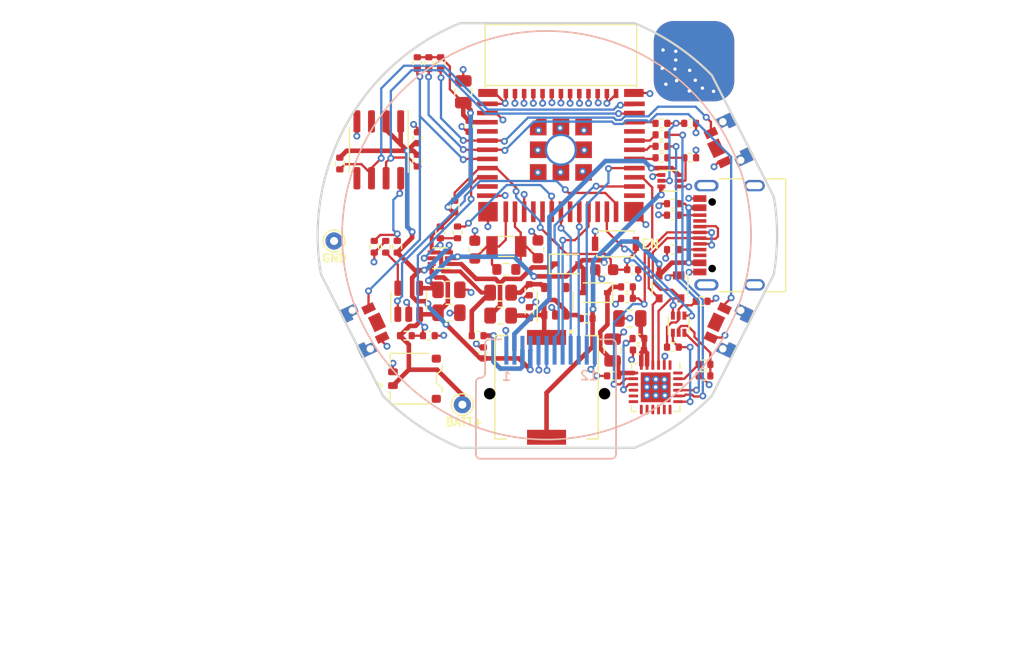
<source format=kicad_pcb>
(kicad_pcb (version 20211014) (generator pcbnew)
  (layers (0 "F.Cu" signal) (1 "In1.Cu" signal) (2 "In2.Cu" signal) (31 "B.Cu" signal) (34 "B.Paste" user) (35 "F.Paste" user) (36 "B.SilkS" user "B.Silkscreen") (37 "F.SilkS" user "F.Silkscreen") (38 "B.Mask" user) (39 "F.Mask" user) (44 "Edge.Cuts" user))
  (net 0 "")
  (net 1 "VBUS")
  (net 2 "GND")
  (net 3 "VCC")
  (net 4 "+3V3")
  (net 6 "+BATT")
  (net 7 "/EN")
  (net 8 "/BOOT")
  (net 18 "/DN")
  (net 19 "/DP")
  (net 20 "/SDA")
  (net 22 "/SCL")
  (net 24 "/DIR")
  (net 25 "/RTS")
  (net 26 "/DTR")
  (net 27 "/TXD0")
  (net 28 "/VOUT")
  (net 29 "/VOR")
  (net 31 "/RXD0")
  (net 33 "/PIEZO_DRAIN")
  (net 34 "/PIEZO_GATE")
  (net 35 "/SCLK")
  (net 36 "/STAT")
  (net 37 "/DAC1")
  (net 38 "/DAC2")
  (net 39 "/B1")
  (net 40 "/B3")
  (net 41 "/B2")
  (net 42 "/POWER")
  (net 43 "/ENABLE")
  (net 49 "/PIEZO")
  (net 50 "/BACKLIGHT")
  (net 51 "/BATT_ADC")
  (net 52 "/CONNECTED")
  (net 53 "/MOSI")
  (net 54 "/CS")
  (net 55 "/LCD_RESET")
  (net 56 "/VREGIN")
  (net 57 "/LCD_DC")
  (net 58 "/VIO")
  (net 59 "/CC2")
  (net 60 "/CC1")
  (net 61 "/DTR_BASE")
  (net 62 "/RTS_BASE")
  (net 63 "/POWER_GATE")
  (net 64 "/BACKLIGHT_GATE")
  (net 65 "/LEDK")
  (net 66 "/PROG")
  (net 67 "/~RST")
  (net 68 "/TXD")
  (net 69 "/RXD")
  (net 70 "/LEDA")
  (net 71 "/32K_XP")
  (net 72 "/32K_XN")
  (footprint "tab:tab" (layer "F.Cu") (at 112.84 84.83)
    (fp_text reference "TP3" hide)
    (fp_text value "GND" hide)
    (pad "1" connect roundrect (at 0 0) (size 7 7) (layers "F.Cu" "F.Mask") (net 2 "GND"))
  )
  (footprint "Resistor_SMD:R_0402_1005Metric" (layer "F.Cu") (at 87.75 108.75)
    (fp_text reference "R21")
    (fp_text value "22.1k")
    (pad "1" smd roundrect (at -0.51 0) (size 0.54 0.64) (layers "F.Cu" "F.Paste" "F.Mask") (net 6 "+BATT"))
    (pad "2" smd roundrect (at 0.51 0) (size 0.54 0.64) (layers "F.Cu" "F.Paste" "F.Mask") (net 51 "/BATT_ADC"))
  )
  (footprint "Package_SO:SOIC-8_3.9x4.9mm_P1.27mm" (layer "F.Cu") (at 85.393 92.557 -90)
    (fp_text reference "IC1")
    (fp_text value "AS5600-ASOT")
    (pad "1" smd roundrect locked (at -2.475 -1.905 270) (size 1.95 0.6) (layers "F.Cu" "F.Paste" "F.Mask") (net 42 "/POWER"))
    (pad "2" smd roundrect locked (at -2.475 -0.635 270) (size 1.95 0.6) (layers "F.Cu" "F.Paste" "F.Mask") (net 42 "/POWER"))
    (pad "3" smd roundrect locked (at -2.475 0.635 270) (size 1.95 0.6) (layers "F.Cu" "F.Paste" "F.Mask"))
    (pad "4" smd roundrect locked (at -2.475 1.905 270) (size 1.95 0.6) (layers "F.Cu" "F.Paste" "F.Mask") (net 2 "GND"))
    (pad "5" smd roundrect locked (at 2.475 1.905 270) (size 1.95 0.6) (layers "F.Cu" "F.Paste" "F.Mask"))
    (pad "6" smd roundrect locked (at 2.475 0.635 270) (size 1.95 0.6) (layers "F.Cu" "F.Paste" "F.Mask") (net 20 "/SDA"))
    (pad "7" smd roundrect locked (at 2.475 -0.635 270) (size 1.95 0.6) (layers "F.Cu" "F.Paste" "F.Mask") (net 22 "/SCL"))
    (pad "8" smd roundrect locked (at 2.475 -1.905 270) (size 1.95 0.6) (layers "F.Cu" "F.Paste" "F.Mask") (net 24 "/DIR"))
  )
  (footprint "Resistor_SMD:R_0402_1005Metric" (layer "F.Cu") (at 112.5 90.25)
    (fp_text reference "R20")
    (fp_text value "1M")
    (pad "1" smd roundrect (at -0.51 0) (size 0.54 0.64) (layers "F.Cu" "F.Paste" "F.Mask") (net 64 "/BACKLIGHT_GATE"))
    (pad "2" smd roundrect (at 0.51 0) (size 0.54 0.64) (layers "F.Cu" "F.Paste" "F.Mask") (net 2 "GND"))
  )
  (footprint "Resistor_SMD:R_0402_1005Metric" (layer "F.Cu") (at 86 101 90)
    (fp_text reference "R1")
    (fp_text value "10k")
    (pad "1" smd roundrect (at -0.51 0 90) (size 0.54 0.64) (layers "F.Cu" "F.Paste" "F.Mask") (net 66 "/PROG"))
    (pad "2" smd roundrect (at 0.51 0 90) (size 0.54 0.64) (layers "F.Cu" "F.Paste" "F.Mask") (net 2 "GND"))
  )
  (footprint "Resistor_SMD:R_0402_1005Metric" (layer "F.Cu") (at 90.75 99.75 -90)
    (fp_text reference "R3")
    (fp_text value "1M")
    (pad "1" smd roundrect (at -0.51 0 270) (size 0.54 0.64) (layers "F.Cu" "F.Paste" "F.Mask") (net 4 "+3V3"))
    (pad "2" smd roundrect (at 0.51 0 270) (size 0.54 0.64) (layers "F.Cu" "F.Paste" "F.Mask") (net 63 "/POWER_GATE"))
  )
  (footprint "Diode_SMD:D_SOD-323" (layer "F.Cu") (at 104.25 105 180)
    (fp_text reference "D3")
    (fp_text value "D_Schottky_Small")
    (pad "1" smd rect (at -1.05 0 180) (size 0.6 0.45) (layers "F.Cu" "F.Paste" "F.Mask") (net 56 "/VREGIN"))
    (pad "2" smd rect (at 1.05 0 180) (size 0.6 0.45) (layers "F.Cu" "F.Paste" "F.Mask") (net 1 "VBUS"))
  )
  (footprint "Resistor_SMD:R_0402_1005Metric" (layer "F.Cu") (at 87 101 -90)
    (fp_text reference "R26")
    (fp_text value "10k")
    (pad "1" smd roundrect (at -0.51 0 270) (size 0.54 0.64) (layers "F.Cu" "F.Paste" "F.Mask") (net 24 "/DIR"))
    (pad "2" smd roundrect (at 0.51 0 270) (size 0.54 0.64) (layers "F.Cu" "F.Paste" "F.Mask") (net 42 "/POWER"))
  )
  (footprint "Resistor_SMD:R_0402_1005Metric" (layer "F.Cu") (at 85 101 90)
    (fp_text reference "R27")
    (fp_text value "10k")
    (pad "1" smd roundrect (at -0.51 0 90) (size 0.54 0.64) (layers "F.Cu" "F.Paste" "F.Mask") (net 2 "GND"))
    (pad "2" smd roundrect (at 0.51 0 90) (size 0.54 0.64) (layers "F.Cu" "F.Paste" "F.Mask") (net 24 "/DIR"))
  )
  (footprint "Espressif:ESP32-PICO-MINI-02_Hand-Soldering" (layer "F.Cu") (at 101.25 92.55)
    (fp_text reference "U3")
    (fp_text value "ESP32-PICO-MINI-02")
    (pad "1" smd rect (at -6.4 -4 90) (size 0.4 1.8) (layers "F.Cu" "F.Paste" "F.Mask") (net 2 "GND"))
    (pad "2" smd rect (at -6.4 -3.2 90) (size 0.4 1.8) (layers "F.Cu" "F.Paste" "F.Mask") (net 2 "GND"))
    (pad "3" smd rect (at -6.4 -2.4 90) (size 0.4 1.8) (layers "F.Cu" "F.Paste" "F.Mask") (net 4 "+3V3"))
    (pad "4" smd rect (at -6.4 -1.6 90) (size 0.4 1.8) (layers "F.Cu" "F.Paste" "F.Mask"))
    (pad "5" smd rect (at -6.4 -0.8 90) (size 0.4 1.8) (layers "F.Cu" "F.Paste" "F.Mask") (net 39 "/B1"))
    (pad "6" smd rect (at -6.4 0 90) (size 0.4 1.8) (layers "F.Cu" "F.Paste" "F.Mask") (net 41 "/B2"))
    (pad "7" smd rect (at -6.4 0.8 90) (size 0.4 1.8) (layers "F.Cu" "F.Paste" "F.Mask") (net 40 "/B3"))
    (pad "8" smd rect (at -6.4 1.6 90) (size 0.4 1.8) (layers "F.Cu" "F.Paste" "F.Mask") (net 7 "/EN"))
    (pad "9" smd rect (at -6.4 2.4 90) (size 0.4 1.8) (layers "F.Cu" "F.Paste" "F.Mask") (net 51 "/BATT_ADC"))
    (pad "10" smd rect (at -6.4 3.2 90) (size 0.4 1.8) (layers "F.Cu" "F.Paste" "F.Mask"))
    (pad "11" smd rect (at -6.4 4 90) (size 0.4 1.8) (layers "F.Cu" "F.Paste" "F.Mask") (net 2 "GND"))
    (pad "12" smd rect (at -4.8 5.4) (size 0.4 1.8) (layers "F.Cu" "F.Paste" "F.Mask") (net 71 "/32K_XP"))
    (pad "13" smd rect (at -4 5.4) (size 0.4 1.8) (layers "F.Cu" "F.Paste" "F.Mask") (net 72 "/32K_XN"))
    (pad "14" smd rect (at -3.2 5.4) (size 0.4 1.8) (layers "F.Cu" "F.Paste" "F.Mask") (net 2 "GND"))
    (pad "15" smd rect (at -2.4 5.4) (size 0.4 1.8) (layers "F.Cu" "F.Paste" "F.Mask") (net 37 "/DAC1"))
    (pad "16" smd rect (at -1.6 5.4) (size 0.4 1.8) (layers "F.Cu" "F.Paste" "F.Mask") (net 38 "/DAC2"))
    (pad "17" smd rect (at -0.8 5.4) (size 0.4 1.8) (layers "F.Cu" "F.Paste" "F.Mask") (net 43 "/ENABLE"))
    (pad "18" smd rect (at 0 5.4) (size 0.4 1.8) (layers "F.Cu" "F.Paste" "F.Mask") (net 35 "/SCLK"))
    (pad "19" smd rect (at 0.8 5.4) (size 0.4 1.8) (layers "F.Cu" "F.Paste" "F.Mask"))
    (pad "20" smd rect (at 1.6 5.4) (size 0.4 1.8) (layers "F.Cu" "F.Paste" "F.Mask") (net 53 "/MOSI"))
    (pad "21" smd rect (at 2.4 5.4) (size 0.4 1.8) (layers "F.Cu" "F.Paste" "F.Mask") (net 54 "/CS"))
    (pad "22" smd rect (at 3.2 5.4) (size 0.4 1.8) (layers "F.Cu" "F.Paste" "F.Mask"))
    (pad "23" smd rect (at 4 5.4) (size 0.4 1.8) (layers "F.Cu" "F.Paste" "F.Mask") (net 8 "/BOOT"))
    (pad "24" smd rect (at 4.8 5.4) (size 0.4 1.8) (layers "F.Cu" "F.Paste" "F.Mask") (net 36 "/STAT"))
    (pad "25" smd rect (at 6.4 4 90) (size 0.4 1.8) (layers "F.Cu" "F.Paste" "F.Mask"))
    (pad "26" smd rect (at 6.4 3.2 90) (size 0.4 1.8) (layers "F.Cu" "F.Paste" "F.Mask") (net 57 "/LCD_DC"))
    (pad "27" smd rect (at 6.4 2.4 90) (size 0.4 1.8) (layers "F.Cu" "F.Paste" "F.Mask") (net 52 "/CONNECTED"))
    (pad "28" smd rect (at 6.4 1.6 90) (size 0.4 1.8) (layers "F.Cu" "F.Paste" "F.Mask") (net 55 "/LCD_RESET"))
    (pad "29" smd rect (at 6.4 0.8 90) (size 0.4 1.8) (layers "F.Cu" "F.Paste" "F.Mask") (net 49 "/PIEZO"))
    (pad "30" smd rect (at 6.4 0 90) (size 0.4 1.8) (layers "F.Cu" "F.Paste" "F.Mask") (net 31 "/RXD0"))
    (pad "31" smd rect (at 6.4 -0.8 90) (size 0.4 1.8) (layers "F.Cu" "F.Paste" "F.Mask") (net 27 "/TXD0"))
    (pad "32" smd rect (at 6.4 -1.6 90) (size 0.4 1.8) (layers "F.Cu" "F.Paste" "F.Mask"))
    (pad "33" smd rect (at 6.4 -2.4 90) (size 0.4 1.8) (layers "F.Cu" "F.Paste" "F.Mask") (net 50 "/BACKLIGHT"))
    (pad "34" smd rect (at 6.4 -3.2 90) (size 0.4 1.8) (layers "F.Cu" "F.Paste" "F.Mask") (net 22 "/SCL"))
    (pad "35" smd rect (at 6.4 -4 90) (size 0.4 1.8) (layers "F.Cu" "F.Paste" "F.Mask") (net 20 "/SDA"))
    (pad "36" smd rect (at -6.35 5.4 90) (size 1.7 1.7) (layers "F.Cu" "F.Paste" "F.Mask") (net 2 "GND"))
    (pad "36" thru_hole circle (at 0 0 90) (size 2.8 2.8) (drill 2.4) (layers *.Cu *.Mask) (net 2 "GND"))
    (pad "36" smd rect (at 0.8 -4.9) (size 0.4 0.8) (layers "F.Cu" "F.Paste" "F.Mask") (net 2 "GND"))
    (pad "36" smd rect (at 1.975 0 90) (size 1.45 1.45) (layers "F.Cu" "F.Paste" "F.Mask") (net 2 "GND"))
    (pad "36" smd rect (at 1.975 -1.975 90) (size 1.45 1.45) (layers "F.Cu" "F.Paste" "F.Mask") (net 2 "GND"))
    (pad "36" smd rect (at -4 -4.9) (size 0.4 0.8) (layers "F.Cu" "F.Paste" "F.Mask") (net 2 "GND"))
    (pad "36" smd rect (at 0 -4.9) (size 0.4 0.8) (layers "F.Cu" "F.Paste" "F.Mask") (net 2 "GND"))
    (pad "36" smd rect (at -1.6 -4.9) (size 0.4 0.8) (layers "F.Cu" "F.Paste" "F.Mask") (net 2 "GND"))
    (pad "36" smd rect (at 0 -1.975 90) (size 1.45 1.45) (layers "F.Cu" "F.Paste" "F.Mask") (net 2 "GND"))
    (pad "36" smd rect (at -1.975 1.975 90) (size 1.45 1.45) (layers "F.Cu" "F.Paste" "F.Mask") (net 2 "GND"))
    (pad "36" smd rect (at -0.8 -4.9) (size 0.4 0.8) (layers "F.Cu" "F.Paste" "F.Mask") (net 2 "GND"))
    (pad "36" smd rect (at 1.6 -4.9) (size 0.4 0.8) (layers "F.Cu" "F.Paste" "F.Mask") (net 2 "GND"))
    (pad "36" smd rect (at -2.4 -4.9) (size 0.4 0.8) (layers "F.Cu" "F.Paste" "F.Mask") (net 2 "GND"))
    (pad "36" smd rect (at 0 1.975 90) (size 1.45 1.45) (layers "F.Cu" "F.Paste" "F.Mask") (net 2 "GND"))
    (pad "36" smd rect (at 3.2 -4.9) (size 0.4 0.8) (layers "F.Cu" "F.Paste" "F.Mask") (net 2 "GND"))
    (pad "36" smd rect (at 6.35 -4.95 90) (size 0.7 1.7) (layers "F.Cu" "F.Paste" "F.Mask") (net 2 "GND"))
    (pad "36" smd rect (at -4.8 -4.9) (size 0.4 0.8) (layers "F.Cu" "F.Paste" "F.Mask") (net 2 "GND"))
    (pad "36" smd rect (at 2.4 -4.9) (size 0.4 0.8) (layers "F.Cu" "F.Paste" "F.Mask") (net 2 "GND"))
    (pad "36" smd rect (at 4 -4.9) (size 0.4 0.8) (layers "F.Cu" "F.Paste" "F.Mask") (net 2 "GND"))
    (pad "36" smd rect (at 4.8 -4.9) (size 0.4 0.8) (layers "F.Cu" "F.Paste" "F.Mask") (net 2 "GND"))
    (pad "36" smd rect (at 1.975 1.975 90) (size 1.45 1.45) (layers "F.Cu" "F.Paste" "F.Mask") (net 2 "GND"))
    (pad "36" smd custom (at -1.975 -1.975) (size 0.8 0.8) (layers "F.Cu" "F.Paste" "F.Mask") (net 2 "GND") (options (clearance outline) (anchor rect)) (primitives (gr_poly (pts (xy 0.725 0.725) (xy -0.725 0.725) (xy -0.725 -0.125) (xy -0.125 -0.725) (xy 0.725 -0.725)) (width 0) (fill yes))))
    (pad "36" smd rect (at 6.35 5.4 90) (size 1.7 1.7) (layers "F.Cu" "F.Paste" "F.Mask") (net 2 "GND"))
    (pad "36" smd rect (at -1.975 0 90) (size 1.45 1.45) (layers "F.Cu" "F.Paste" "F.Mask") (net 2 "GND"))
    (pad "36" smd rect (at -6.35 -4.95 90) (size 0.7 1.7) (layers "F.Cu" "F.Paste" "F.Mask") (net 2 "GND"))
    (pad "36" smd rect (at -3.2 -4.9) (size 0.4 0.8) (layers "F.Cu" "F.Paste" "F.Mask") (net 2 "GND"))
  )
  (footprint "Resistor_SMD:R_0402_1005Metric" (layer "F.Cu") (at 112.51 93.25)
    (fp_text reference "R34")
    (fp_text value "1M")
    (pad "1" smd roundrect (at -0.51 0) (size 0.54 0.64) (layers "F.Cu" "F.Paste" "F.Mask") (net 34 "/PIEZO_GATE"))
    (pad "2" smd roundrect (at 0.51 0) (size 0.54 0.64) (layers "F.Cu" "F.Paste" "F.Mask") (net 2 "GND"))
  )
  (footprint "Capacitor_SMD:C_0603_1608Metric" (layer "F.Cu") (at 99.25 101.225 -90)
    (fp_text reference "C14")
    (fp_text value "3.3pF")
    (pad "1" smd roundrect (at -0.775 0 270) (size 0.9 0.95) (layers "F.Cu" "F.Paste" "F.Mask") (net 2 "GND"))
    (pad "2" smd roundrect (at 0.775 0 270) (size 0.9 0.95) (layers "F.Cu" "F.Paste" "F.Mask") (net 72 "/32K_XN"))
  )
  (footprint "Package_TO_SOT_SMD:SOT-143" (layer "F.Cu") (at 110.75 104.5 -90)
    (fp_text reference "D1")
    (fp_text value "SP0503BAHT")
    (pad "1" smd rect (at -1 -0.75 270) (size 0.7 1) (layers "F.Cu" "F.Paste" "F.Mask") (net 2 "GND"))
    (pad "2" smd rect (at -1 0.95 270) (size 0.7 0.6) (layers "F.Cu" "F.Paste" "F.Mask") (net 1 "VBUS"))
    (pad "3" smd rect (at 1 0.95 270) (size 0.7 0.6) (layers "F.Cu" "F.Paste" "F.Mask") (net 18 "/DN"))
    (pad "4" smd rect (at 1 -0.95 270) (size 0.7 0.6) (layers "F.Cu" "F.Paste" "F.Mask") (net 19 "/DP"))
  )
  (footprint "KXT-311:KXT 311 LHS" (layer "F.Cu") (at 106 100.75)
    (fp_text reference "SW1" hide)
    (fp_text value "top-switch" hide)
    (fp_text user "EN" (at 3.03 0.02) (layer "F.SilkS") (effects (font (size 0.8 0.8))))
    (pad "1" smd rect (at -1.775402 0) (size 0.5588 1.2446) (layers "F.Cu" "F.Paste" "F.Mask") (net 2 "GND"))
    (pad "2" smd rect (at 1.775402 0) (size 0.5588 1.2446) (layers "F.Cu" "F.Paste" "F.Mask") (net 7 "/EN"))
  )
  (footprint "Resistor_SMD:R_0402_1005Metric" (layer "F.Cu") (at 111 97.25 180)
    (fp_text reference "R16")
    (fp_text value "1M")
    (pad "1" smd roundrect (at -0.51 0 180) (size 0.54 0.64) (layers "F.Cu" "F.Paste" "F.Mask") (net 1 "VBUS"))
    (pad "2" smd roundrect (at 0.51 0 180) (size 0.54 0.64) (layers "F.Cu" "F.Paste" "F.Mask") (net 2 "GND"))
  )
  (footprint "Resistor_SMD:R_0402_1005Metric" (layer "F.Cu") (at 111 109.75)
    (fp_text reference "R11")
    (fp_text value "10k")
    (pad "1" smd roundrect (at -0.51 0) (size 0.54 0.64) (layers "F.Cu" "F.Paste" "F.Mask") (net 62 "/RTS_BASE"))
    (pad "2" smd roundrect (at 0.51 0) (size 0.54 0.64) (layers "F.Cu" "F.Paste" "F.Mask") (net 25 "/RTS"))
  )
  (footprint "Resistor_SMD:R_0402_1005Metric" (layer "F.Cu") (at 82 93.75 -90)
    (fp_text reference "R18")
    (fp_text value "5.1k")
    (pad "1" smd roundrect (at -0.51 0 270) (size 0.54 0.64) (layers "F.Cu" "F.Paste" "F.Mask") (net 42 "/POWER"))
    (pad "2" smd roundrect (at 0.51 0 270) (size 0.54 0.64) (layers "F.Cu" "F.Paste" "F.Mask") (net 20 "/SDA"))
  )
  (footprint "Resistor_SMD:R_0402_1005Metric" (layer "F.Cu") (at 88.75 93.5 90)
    (fp_text reference "R19")
    (fp_text value "5.1k")
    (pad "1" smd roundrect (at -0.51 0 90) (size 0.54 0.64) (layers "F.Cu" "F.Paste" "F.Mask") (net 22 "/SCL"))
    (pad "2" smd roundrect (at 0.51 0 90) (size 0.54 0.64) (layers "F.Cu" "F.Paste" "F.Mask") (net 42 "/POWER"))
  )
  (footprint "Resistor_SMD:R_0402_1005Metric" (layer "F.Cu") (at 103.5 107.25 180)
    (fp_text reference "R25")
    (fp_text value "1k")
    (pad "1" smd roundrect (at -0.51 0 180) (size 0.54 0.64) (layers "F.Cu" "F.Paste" "F.Mask") (net 33 "/PIEZO_DRAIN"))
    (pad "2" smd roundrect (at 0.51 0 180) (size 0.54 0.64) (layers "F.Cu" "F.Paste" "F.Mask") (net 3 "VCC"))
  )
  (footprint "Diode_SMD:D_SOD-323" (layer "F.Cu") (at 101.75 102.5)
    (fp_text reference "D2")
    (fp_text value "D_Schottky_Small")
    (pad "1" smd rect (at -1.05 0) (size 0.6 0.45) (layers "F.Cu" "F.Paste" "F.Mask") (net 29 "/VOR"))
    (pad "2" smd rect (at 1.05 0) (size 0.6 0.45) (layers "F.Cu" "F.Paste" "F.Mask") (net 1 "VBUS"))
  )
  (footprint "Capacitor_SMD:C_0402_1005Metric" (layer "F.Cu") (at 98.5 104.75 -90)
    (fp_text reference "C3")
    (fp_text value "0.1uF")
    (pad "1" smd roundrect (at -0.48 0 270) (size 0.56 0.62) (layers "F.Cu" "F.Paste" "F.Mask") (net 28 "/VOUT"))
    (pad "2" smd roundrect (at 0.48 0 270) (size 0.56 0.62) (layers "F.Cu" "F.Paste" "F.Mask") (net 2 "GND"))
  )
  (footprint "Package_DFN_QFN:QFN-24-1EP_4x4mm_P0.5mm_EP2.6x2.6mm" (layer "F.Cu") (at 109.5 113.25 -90)
    (fp_text reference "U2")
    (fp_text value "CP2102N-Axx-xQFN24")
    (pad "1" smd roundrect (at -1.9375 -1.25 270) (size 0.825 0.25) (layers "F.Cu" "F.Paste" "F.Mask"))
    (pad "2" smd roundrect (at -1.9375 -0.75 270) (size 0.825 0.25) (layers "F.Cu" "F.Paste" "F.Mask") (net 2 "GND"))
    (pad "3" smd roundrect (at -1.9375 -0.25 270) (size 0.825 0.25) (layers "F.Cu" "F.Paste" "F.Mask") (net 19 "/DP"))
    (pad "4" smd roundrect (at -1.9375 0.25 270) (size 0.825 0.25) (layers "F.Cu" "F.Paste" "F.Mask") (net 18 "/DN"))
    (pad "5" smd roundrect (at -1.9375 0.75 270) (size 0.825 0.25) (layers "F.Cu" "F.Paste" "F.Mask") (net 58 "/VIO"))
    (pad "6" smd roundrect (at -1.9375 1.25 270) (size 0.825 0.25) (layers "F.Cu" "F.Paste" "F.Mask") (net 58 "/VIO"))
    (pad "7" smd roundrect (at -1.25 1.9375 270) (size 0.25 0.825) (layers "F.Cu" "F.Paste" "F.Mask") (net 56 "/VREGIN"))
    (pad "8" smd roundrect (at -0.75 1.9375 270) (size 0.25 0.825) (layers "F.Cu" "F.Paste" "F.Mask") (net 52 "/CONNECTED"))
    (pad "9" smd roundrect (at -0.25 1.9375 270) (size 0.25 0.825) (layers "F.Cu" "F.Paste" "F.Mask") (net 67 "/~RST"))
    (pad "10" smd roundrect (at 0.25 1.9375 270) (size 0.25 0.825) (layers "F.Cu" "F.Paste" "F.Mask"))
    (pad "11" smd roundrect (at 0.75 1.9375 270) (size 0.25 0.825) (layers "F.Cu" "F.Paste" "F.Mask"))
    (pad "12" smd roundrect (at 1.25 1.9375 270) (size 0.25 0.825) (layers "F.Cu" "F.Paste" "F.Mask"))
    (pad "13" smd roundrect (at 1.9375 1.25 270) (size 0.825 0.25) (layers "F.Cu" "F.Paste" "F.Mask"))
    (pad "14" smd roundrect (at 1.9375 0.75 270) (size 0.825 0.25) (layers "F.Cu" "F.Paste" "F.Mask"))
    (pad "15" smd roundrect (at 1.9375 0.25 270) (size 0.825 0.25) (layers "F.Cu" "F.Paste" "F.Mask"))
    (pad "16" smd roundrect (at 1.9375 -0.25 270) (size 0.825 0.25) (layers "F.Cu" "F.Paste" "F.Mask"))
    (pad "17" smd roundrect (at 1.9375 -0.75 270) (size 0.825 0.25) (layers "F.Cu" "F.Paste" "F.Mask"))
    (pad "18" smd roundrect (at 1.9375 -1.25 270) (size 0.825 0.25) (layers "F.Cu" "F.Paste" "F.Mask"))
    (pad "19" smd roundrect (at 1.25 -1.9375 270) (size 0.25 0.825) (layers "F.Cu" "F.Paste" "F.Mask") (net 25 "/RTS"))
    (pad "20" smd roundrect (at 0.75 -1.9375 270) (size 0.25 0.825) (layers "F.Cu" "F.Paste" "F.Mask") (net 69 "/RXD"))
    (pad "21" smd roundrect (at 0.25 -1.9375 270) (size 0.25 0.825) (layers "F.Cu" "F.Paste" "F.Mask") (net 68 "/TXD"))
    (pad "22" smd roundrect (at -0.25 -1.9375 270) (size 0.25 0.825) (layers "F.Cu" "F.Paste" "F.Mask"))
    (pad "23" smd roundrect (at -0.75 -1.9375 270) (size 0.25 0.825) (layers "F.Cu" "F.Paste" "F.Mask") (net 26 "/DTR"))
    (pad "24" smd roundrect (at -1.25 -1.9375 270) (size 0.25 0.825) (layers "F.Cu" "F.Paste" "F.Mask"))
    (pad "25" smd rect (at 0 0 270) (size 2.6 2.6) (layers "F.Cu" "F.Mask") (net 2 "GND"))
  )
  (footprint "Crystal:Crystal_SMD_3215-2Pin_3.2x1.5mm" (layer "F.Cu") (at 96.5 100.975 180)
    (fp_text reference "Y1")
    (fp_text value "32.768kHz 6pF")
    (pad "1" smd rect (at 1.25 0 180) (size 1 1.8) (layers "F.Cu" "F.Paste" "F.Mask") (net 71 "/32K_XP"))
    (pad "2" smd rect (at -1.25 0 180) (size 1 1.8) (layers "F.Cu" "F.Paste" "F.Mask") (net 72 "/32K_XN"))
  )
  (footprint "Capacitor_SMD:C_0603_1608Metric" (layer "F.Cu") (at 93.75 101.25 -90)
    (fp_text reference "C13")
    (fp_text value "3.3pF")
    (pad "1" smd roundrect (at -0.775 0 270) (size 0.9 0.95) (layers "F.Cu" "F.Paste" "F.Mask") (net 2 "GND"))
    (pad "2" smd roundrect (at 0.775 0 270) (size 0.9 0.95) (layers "F.Cu" "F.Paste" "F.Mask") (net 71 "/32K_XP"))
  )
  (footprint "Resistor_SMD:R_0402_1005Metric" (layer "F.Cu") (at 111 98.25 180)
    (fp_text reference "R7")
    (fp_text value "5.1k")
    (pad "1" smd roundrect (at -0.51 0 180) (size 0.54 0.64) (layers "F.Cu" "F.Paste" "F.Mask") (net 60 "/CC1"))
    (pad "2" smd roundrect (at 0.51 0 180) (size 0.54 0.64) (layers "F.Cu" "F.Paste" "F.Mask") (net 2 "GND"))
  )
  (footprint "TestPoint:TestPoint_THTPad_D1.5mm_Drill0.7mm" (layer "F.Cu") (at 92.67 114.76)
    (fp_text reference "TP1")
    (fp_text value "BATT+" (at 0.17 1.52) (layer "F.SilkS") (effects (font (size 0.7 0.7))))
    (pad "1" thru_hole circle locked (at 0 0) (size 1.5 1.5) (drill 0.7) (layers *.Cu *.Mask) (net 6 "+BATT"))
  )
  (footprint "Resistor_SMD:R_0402_1005Metric" (layer "F.Cu") (at 89.75 85 90)
    (fp_text reference "R30")
    (fp_text value "10k")
    (pad "1" smd roundrect (at -0.51 0 90) (size 0.54 0.64) (layers "F.Cu" "F.Paste" "F.Mask") (net 41 "/B2"))
    (pad "2" smd roundrect (at 0.51 0 90) (size 0.54 0.64) (layers "F.Cu" "F.Paste" "F.Mask") (net 4 "+3V3"))
  )
  (footprint "Connector_JST:JST_ACH_BM02B-ACHSS-GAN-ETF_1x02-1MP_P1.20mm_Vertical" (layer "F.Cu") (at 88.5 112.5 90)
    (fp_text reference "J2")
    (fp_text value "Conn_01x02")
    (pad "1" smd roundrect (at -0.6 -1.875 90) (size 0.6 0.85) (layers "F.Cu" "F.Paste" "F.Mask") (net 6 "+BATT"))
    (pad "2" smd roundrect (at 0.6 -1.875 90) (size 0.6 0.85) (layers "F.Cu" "F.Paste" "F.Mask") (net 2 "GND"))
    (pad "MP" smd roundrect (at 1.75 1.9 90) (size 0.7 0.8) (layers "F.Cu" "F.Paste" "F.Mask"))
    (pad "MP" smd roundrect (at -1.75 1.9 90) (size 0.7 0.8) (layers "F.Cu" "F.Paste" "F.Mask"))
  )
  (footprint "Resistor_SMD:R_0402_1005Metric" (layer "F.Cu") (at 92.25 99.75 -90)
    (fp_text reference "R23")
    (fp_text value "10k")
    (pad "1" smd roundrect (at -0.51 0 270) (size 0.54 0.64) (layers "F.Cu" "F.Paste" "F.Mask") (net 43 "/ENABLE"))
    (pad "2" smd roundrect (at 0.51 0 270) (size 0.54 0.64) (layers "F.Cu" "F.Paste" "F.Mask") (net 63 "/POWER_GATE"))
  )
  (footprint "Resistor_SMD:R_0402_1005Metric" (layer "F.Cu") (at 113.5 105.75)
    (fp_text reference "R33")
    (fp_text value "1M")
    (pad "1" smd roundrect (at -0.51 0) (size 0.54 0.64) (layers "F.Cu" "F.Paste" "F.Mask") (net 62 "/RTS_BASE"))
    (pad "2" smd roundrect (at 0.51 0) (size 0.54 0.64) (layers "F.Cu" "F.Paste" "F.Mask") (net 2 "GND"))
  )
  (footprint "Capacitor_SMD:C_0603_1608Metric" (layer "F.Cu") (at 105.02 103 180)
    (fp_text reference "C15")
    (fp_text value "1uF")
    (pad "1" smd roundrect (at -0.775 0 180) (size 0.9 0.95) (layers "F.Cu" "F.Paste" "F.Mask") (net 7 "/EN"))
    (pad "2" smd roundrect (at 0.775 0 180) (size 0.9 0.95) (layers "F.Cu" "F.Paste" "F.Mask") (net 2 "GND"))
  )
  (footprint "TestPoint:TestPoint_THTPad_D1.5mm_Drill0.7mm" (layer "F.Cu") (at 81.5 100.5)
    (fp_text reference "TP2")
    (fp_text value "GND" (at 0.03 1.5) (layer "F.SilkS") (effects (font (size 0.7 0.7))))
    (pad "1" thru_hole circle (at 0 0) (size 1.5 1.5) (drill 0.7) (layers *.Cu *.Mask) (net 2 "GND"))
  )
  (footprint "Resistor_SMD:R_0402_1005Metric" (layer "F.Cu") (at 113.75 111.25 180)
    (fp_text reference "R10")
    (fp_text value "10k")
    (pad "1" smd roundrect (at -0.51 0 180) (size 0.54 0.64) (layers "F.Cu" "F.Paste" "F.Mask") (net 61 "/DTR_BASE"))
    (pad "2" smd roundrect (at 0.51 0 180) (size 0.54 0.64) (layers "F.Cu" "F.Paste" "F.Mask") (net 26 "/DTR"))
  )
  (footprint "Resistor_SMD:R_0402_1005Metric" (layer "F.Cu") (at 89.75 108.75 180)
    (fp_text reference "R22")
    (fp_text value "47.5k")
    (pad "1" smd roundrect (at -0.51 0 180) (size 0.54 0.64) (layers "F.Cu" "F.Paste" "F.Mask") (net 2 "GND"))
    (pad "2" smd roundrect (at 0.51 0 180) (size 0.54 0.64) (layers "F.Cu" "F.Paste" "F.Mask") (net 51 "/BATT_ADC"))
  )
  (footprint "Resistor_SMD:R_0805_2012Metric" (layer "F.Cu") (at 96 107)
    (fp_text reference "R28")
    (fp_text value "0R")
    (pad "1" smd roundrect (at -0.9125 0) (size 1.025 1.4) (layers "F.Cu" "F.Paste" "F.Mask") (roundrect_rratio 0.243902439) (net 29 "/VOR"))
    (pad "2" smd roundrect (at 0.9125 0) (size 1.025 1.4) (layers "F.Cu" "F.Paste" "F.Mask") (roundrect_rratio 0.243902439) (net 3 "VCC"))
  )
  (footprint "Capacitor_SMD:C_0402_1005Metric" (layer "F.Cu") (at 88.75 91.5 90)
    (fp_text reference "C7")
    (fp_text value "0.1uF")
    (pad "1" smd roundrect (at -0.48 0 90) (size 0.56 0.62) (layers "F.Cu" "F.Paste" "F.Mask") (net 42 "/POWER"))
    (pad "2" smd roundrect (at 0.48 0 90) (size 0.56 0.62) (layers "F.Cu" "F.Paste" "F.Mask") (net 2 "GND"))
  )
  (footprint "Resistor_SMD:R_0402_1005Metric" (layer "F.Cu") (at 92 97.5 -90)
    (fp_text reference "R13")
    (fp_text value "10k")
    (pad "1" smd roundrect (at -0.51 0 270) (size 0.54 0.64) (layers "F.Cu" "F.Paste" "F.Mask") (net 7 "/EN"))
    (pad "2" smd roundrect (at 0.51 0 270) (size 0.54 0.64) (layers "F.Cu" "F.Paste" "F.Mask") (net 4 "+3V3"))
  )
  (footprint "sot-25:SOT-25" (layer "F.Cu") (at 100.75 105.75 90)
    (fp_text reference "U4")
    (fp_text value "AP7354-33W5-7")
    (pad "1" smd roundrect locked (at -1.2 -0.95 90) (size 0.8 0.55) (layers "F.Cu" "F.Paste" "F.Mask") (net 3 "VCC"))
    (pad "2" smd roundrect locked (at -1.2 0 90) (size 0.8 0.55) (layers "F.Cu" "F.Paste" "F.Mask") (net 2 "GND"))
    (pad "3" smd roundrect locked (at -1.2 0.95 90) (size 0.8 0.55) (layers "F.Cu" "F.Paste" "F.Mask") (net 3 "VCC"))
    (pad "4" smd roundrect locked (at 1.2 0.95 90) (size 0.8 0.55) (layers "F.Cu" "F.Paste" "F.Mask"))
    (pad "5" smd roundrect locked (at 1.2 -0.95 90) (size 0.8 0.55) (layers "F.Cu" "F.Paste" "F.Mask") (net 28 "/VOUT"))
  )
  (footprint "Resistor_SMD:R_0805_2012Metric" (layer "F.Cu") (at 96 105)
    (fp_text reference "R12")
    (fp_text value "0R")
    (pad "1" smd roundrect (at -0.9125 0) (size 1.025 1.4) (layers "F.Cu" "F.Paste" "F.Mask") (roundrect_rratio 0.243902439) (net 4 "+3V3"))
    (pad "2" smd roundrect (at 0.9125 0) (size 1.025 1.4) (layers "F.Cu" "F.Paste" "F.Mask") (roundrect_rratio 0.243902439) (net 28 "/VOUT"))
  )
  (footprint "Capacitor_SMD:C_0402_1005Metric" (layer "F.Cu") (at 107.5 103)
    (fp_text reference "C11")
    (fp_text value "0.1uF")
    (pad "1" smd roundrect (at -0.48 0) (size 0.56 0.62) (layers "F.Cu" "F.Paste" "F.Mask") (net 7 "/EN"))
    (pad "2" smd roundrect (at 0.48 0) (size 0.56 0.62) (layers "F.Cu" "F.Paste" "F.Mask") (net 2 "GND"))
  )
  (footprint "PKMCS0909E4000-R1:SPKR_PKMCS0909E4000-R1" (layer "F.Cu") (at 100 113.25 -90)
    (fp_text reference "BZ1")
    (fp_text value "Buzzer")
    (pad "1" smd rect (at -4.35 0 270) (size 1.3 3.4) (layers "F.Cu" "F.Paste" "F.Mask") (net 3 "VCC"))
    (pad "2" smd rect (at 4.35 0 270) (size 1.3 3.4) (layers "F.Cu" "F.Paste" "F.Mask") (net 33 "/PIEZO_DRAIN"))
  )
  (footprint "Capacitor_SMD:C_0402_1005Metric" (layer "F.Cu") (at 108 110 180)
    (fp_text reference "C9")
    (fp_text value "0.1uF")
    (pad "1" smd roundrect (at -0.48 0 180) (size 0.56 0.62) (layers "F.Cu" "F.Paste" "F.Mask") (net 58 "/VIO"))
    (pad "2" smd roundrect (at 0.48 0 180) (size 0.56 0.62) (layers "F.Cu" "F.Paste" "F.Mask") (net 2 "GND"))
  )
  (footprint "Resistor_SMD:R_0402_1005Metric" (layer "F.Cu") (at 108 109 180)
    (fp_text reference "R6")
    (fp_text value "1k")
    (pad "1" smd roundrect (at -0.51 0 180) (size 0.54 0.64) (layers "F.Cu" "F.Paste" "F.Mask") (net 58 "/VIO"))
    (pad "2" smd roundrect (at 0.51 0 180) (size 0.54 0.64) (layers "F.Cu" "F.Paste" "F.Mask") (net 67 "/~RST"))
  )
  (footprint "Resistor_SMD:R_0402_1005Metric" (layer "F.Cu") (at 111 101.25)
    (fp_text reference "R2")
    (fp_text value "5.1k")
    (pad "1" smd roundrect (at -0.51 0) (size 0.54 0.64) (layers "F.Cu" "F.Paste" "F.Mask") (net 2 "GND"))
    (pad "2" smd roundrect (at 0.51 0) (size 0.54 0.64) (layers "F.Cu" "F.Paste" "F.Mask") (net 59 "/CC2"))
  )
  (footprint "EVP-AKE31A:EVP-AKE31A" (layer "F.Cu") (at 83.873 108.217 115)
    (fp_text reference "SW5" hide)
    (fp_text value "side-switch" hide)
    (fp_circle (center -1.84785 0) (end -1.56845 0) (layer "Edge.Cuts") (width 0.12) (fill none))
    (fp_circle (center 1.84785 0) (end 2.12725 0) (layer "Edge.Cuts") (width 0.12) (fill none))
    (pad "" smd rect locked (at 0 1.50495 115) (size 1.397 1.0922) (layers "F.Cu" "F.Paste" "F.Mask"))
    (pad "" thru_hole custom locked (at -1.84785 0 115) (size 0.9144 0.9144) (drill 0.55) (layers *.Cu *.Mask "F.Paste") (options (clearance outline) (anchor circle)) (primitives (gr_poly (pts (xy -0.4572 -0.4572) (xy 0.4572 -0.4572) (xy 0.4572 0.27432) (xy 0.27432 0.4572) (xy -0.4572 0.4572)) (width 0) (fill yes)) (gr_rect (start -0.40215 -0.95) (end 0.69785 -0.3) (width 0.12) (fill yes))))
    (pad "" thru_hole custom locked (at 1.84785 0 115) (size 0.9144 0.9144) (drill 0.55) (layers *.Cu *.Mask "F.Paste") (options (clearance outline) (anchor circle)) (primitives (gr_poly (pts (xy -0.4572 -0.4572) (xy 0.4572 -0.4572) (xy 0.4572 0.4572) (xy -0.27432 0.4572) (xy -0.4572 0.27432)) (width 0) (fill yes)) (gr_rect (start -0.69785 -0.95) (end 0.40215 -0.3) (width 0.12) (fill yes))))
    (pad "1" smd rect locked (at -1.400175 1.35255 115) (size 0.7112 1.0922) (layers "F.Cu" "F.Paste" "F.Mask") (net 2 "GND"))
    (pad "2" smd rect locked (at 1.400175 1.35255 115) (size 0.7112 1.0922) (layers "F.Cu" "F.Paste" "F.Mask") (net 40 "/B3"))
  )
  (footprint "Resistor_SMD:R_0402_1005Metric" (layer "F.Cu") (at 110 93.25)
    (fp_text reference "R24")
    (fp_text value "10k")
    (pad "1" smd roundrect (at -0.51 0) (size 0.54 0.64) (layers "F.Cu" "F.Paste" "F.Mask") (net 49 "/PIEZO"))
    (pad "2" smd roundrect (at 0.51 0) (size 0.54 0.64) (layers "F.Cu" "F.Paste" "F.Mask") (net 34 "/PIEZO_GATE"))
  )
  (footprint "Capacitor_SMD:C_0402_1005Metric" (layer "F.Cu") (at 98.5 106.75 90)
    (fp_text reference "C2")
    (fp_text value "0.1uF")
    (pad "1" smd roundrect (at -0.48 0 90) (size 0.56 0.62) (layers "F.Cu" "F.Paste" "F.Mask") (net 3 "VCC"))
    (pad "2" smd roundrect (at 0.48 0 90) (size 0.56 0.62) (layers "F.Cu" "F.Paste" "F.Mask") (net 2 "GND"))
  )
  (footprint "USB4105:USB4105-GF-A" (layer "F.Cu") (at 113.92 100 90)
    (fp_text reference "J1" hide)
    (fp_text value "USB4105-GF-A" hide)
    (pad "" np_thru_hole circle locked (at 2.9 0.5 90) (size 0.6604 0.6604) (drill 0.6604) (layers *.Mask))
    (pad "" np_thru_hole circle locked (at -2.9 0.5 90) (size 0.6604 0.6604) (drill 0.6604) (layers *.Mask))
    (pad "13" thru_hole oval locked (at -4.320002 4.18 90) (size 0.9906 1.8034) (drill oval 0.6 1.4) (layers *.Cu *.Mask "F.Paste") (net 2 "GND"))
    (pad "13" thru_hole oval locked (at 4.320002 0 90) (size 0.9906 2.1082) (drill oval 0.6 1.6) (layers *.Cu *.Mask "F.Paste") (net 2 "GND"))
    (pad "13" thru_hole oval locked (at -4.320002 0 90) (size 0.9906 2.1082) (drill oval 0.6 1.6) (layers *.Cu *.Mask "F.Paste") (net 2 "GND"))
    (pad "13" thru_hole oval locked (at 4.320002 4.18 90) (size 0.9906 1.8034) (drill oval 0.6 1.4) (layers *.Cu *.Mask "F.Paste") (net 2 "GND"))
    (pad "A1-B12" smd rect locked (at -3.2 -0.575 90) (size 0.5842 1.143) (layers "F.Cu" "F.Paste" "F.Mask") (net 2 "GND"))
    (pad "A4-B9" smd rect locked (at -2.400001 -0.575 90) (size 0.5842 1.143) (layers "F.Cu" "F.Paste" "F.Mask") (net 1 "VBUS"))
    (pad "A5" smd rect locked (at -1.25 -0.575 90) (size 0.3048 1.143) (layers "F.Cu" "F.Paste" "F.Mask") (net 59 "/CC2"))
    (pad "A6" smd rect locked (at -0.25 -0.575 90) (size 0.3048 1.143) (layers "F.Cu" "F.Paste" "F.Mask") (net 19 "/DP"))
    (pad "A7" smd rect locked (at 0.25 -0.575 90) (size 0.3048 1.143) (layers "F.Cu" "F.Paste" "F.Mask") (net 18 "/DN"))
    (pad "A8" smd rect locked (at 1.25 -0.575 90) (size 0.3048 1.143) (layers "F.Cu" "F.Paste" "F.Mask"))
    (pad "B1-A12" smd rect locked (at 3.2 -0.575 90) (size 0.5842 1.143) (layers "F.Cu" "F.Paste" "F.Mask") (net 2 "GND"))
    (pad "B4-A9" smd rect locked (at 2.400001 -0.575 90) (size 0.5842 1.143) (layers "F.Cu" "F.Paste" "F.Mask") (net 1 "VBUS"))
    (pad "B5" smd rect locked (at 1.749999 -0.575 90) (size 0.3048 1.143) (layers "F.Cu" "F.Paste" "F.Mask") (net 60 "/CC1"))
    (pad "B6" smd rect locked (at 0.750001 -0.575 90) (size 0.3048 1.143) (layers "F.Cu" "F.Paste" "F.Mask") (net 19 "/DP"))
    (pad "B7" smd rect locked (at -0.750001 -0.575 90) (size 0.3048 1.143) (layers "F.Cu" "F.Paste" "F.Mask") (net 18 "/DN"))
    (pad "B8" smd rect locked (at -1.749999 -0.575 90) (size 0.3048 1.143) (layers "F.Cu" "F.Paste" "F.Mask"))
  )
  (footprint "Package_TO_SOT_SMD:SOT-23-5" (layer "F.Cu") (at 88 105.75 90)
    (fp_text reference "U1")
    (fp_text value "MCP73831-2-OT")
    (pad "1" smd roundrect (at -1.1375 -0.95 90) (size 1.325 0.6) (layers "F.Cu" "F.Paste" "F.Mask") (net 36 "/STAT"))
    (pad "2" smd roundrect (at -1.1375 0 90) (size 1.325 0.6) (layers "F.Cu" "F.Paste" "F.Mask") (net 2 "GND"))
    (pad "3" smd roundrect (at -1.1375 0.95 90) (size 1.325 0.6) (layers "F.Cu" "F.Paste" "F.Mask") (net 6 "+BATT"))
    (pad "4" smd roundrect (at 1.1375 0.95 90) (size 1.325 0.6) (layers "F.Cu" "F.Paste" "F.Mask") (net 1 "VBUS"))
    (pad "5" smd roundrect (at 1.1375 -0.95 90) (size 1.325 0.6) (layers "F.Cu" "F.Paste" "F.Mask") (net 66 "/PROG"))
  )
  (footprint "EVP-AKE31A:EVP-AKE31A" (layer "F.Cu") (at 116.127 108.217 -115)
    (fp_text reference "SW4" hide)
    (fp_text value "side-switch" hide)
    (fp_circle (center -1.84785 0) (end -1.56845 0) (layer "Edge.Cuts") (width 0.12) (fill none))
    (fp_circle (center 1.84785 0) (end 2.12725 0) (layer "Edge.Cuts") (width 0.12) (fill none))
    (pad "" thru_hole custom locked (at 1.84785 0 245) (size 0.9144 0.9144) (drill 0.55) (layers *.Cu *.Mask "F.Paste") (options (clearance outline) (anchor circle)) (primitives (gr_poly (pts (xy -0.4572 -0.4572) (xy 0.4572 -0.4572) (xy 0.4572 0.4572) (xy -0.27432 0.4572) (xy -0.4572 0.27432)) (width 0) (fill yes)) (gr_rect (start -0.69785 -0.95) (end 0.40215 -0.3) (width 0.12) (fill yes))))
    (pad "" smd rect locked (at 0 1.50495 245) (size 1.397 1.0922) (layers "F.Cu" "F.Paste" "F.Mask"))
    (pad "" thru_hole custom locked (at -1.84785 0 245) (size 0.9144 0.9144) (drill 0.55) (layers *.Cu *.Mask "F.Paste") (options (clearance outline) (anchor circle)) (primitives (gr_poly (pts (xy -0.4572 -0.4572) (xy 0.4572 -0.4572) (xy 0.4572 0.27432) (xy 0.27432 0.4572) (xy -0.4572 0.4572)) (width 0) (fill yes)) (gr_rect (start -0.40215 -0.95) (end 0.69785 -0.3) (width 0.12) (fill yes))))
    (pad "1" smd rect locked (at -1.400175 1.35255 245) (size 0.7112 1.0922) (layers "F.Cu" "F.Paste" "F.Mask") (net 41 "/B2"))
    (pad "2" smd rect locked (at 1.400175 1.35255 245) (size 0.7112 1.0922) (layers "F.Cu" "F.Paste" "F.Mask") (net 2 "GND"))
  )
  (footprint "EVP-AKE31A:EVP-AKE31A" (layer "F.Cu") (at 116.127 91.783 -65)
    (fp_text reference "SW3" hide)
    (fp_text value "side-switch" hide)
    (fp_circle (center 1.84785 0) (end 2.12725 0) (layer "Edge.Cuts") (width 0.12) (fill none))
    (fp_circle (center -1.84785 0) (end -1.56845 0) (layer "Edge.Cuts") (width 0.12) (fill none))
    (pad "" thru_hole custom locked (at 1.84785 0 295) (size 0.9144 0.9144) (drill 0.55) (layers *.Cu *.Mask "F.Paste") (options (clearance outline) (anchor circle)) (primitives (gr_poly (pts (xy -0.4572 -0.4572) (xy 0.4572 -0.4572) (xy 0.4572 0.4572) (xy -0.27432 0.4572) (xy -0.4572 0.27432)) (width 0) (fill yes)) (gr_rect (start -0.69785 -0.95) (end 0.40215 -0.3) (width 0.12) (fill yes))))
    (pad "" smd rect locked (at 0 1.50495 295) (size 1.397 1.0922) (layers "F.Cu" "F.Paste" "F.Mask"))
    (pad "" thru_hole custom locked (at -1.84785 0 295) (size 0.9144 0.9144) (drill 0.55) (layers *.Cu *.Mask "F.Paste") (options (clearance outline) (anchor circle)) (primitives (gr_poly (pts (xy -0.4572 -0.4572) (xy 0.4572 -0.4572) (xy 0.4572 0.27432) (xy 0.27432 0.4572) (xy -0.4572 0.4572)) (width 0) (fill yes)) (gr_rect (start -0.40215 -0.95) (end 0.69785 -0.3) (width 0.12) (fill yes))))
    (pad "1" smd rect locked (at -1.400175 1.35255 295) (size 0.7112 1.0922) (layers "F.Cu" "F.Paste" "F.Mask") (net 39 "/B1"))
    (pad "2" smd rect locked (at 1.400175 1.35255 295) (size 0.7112 1.0922) (layers "F.Cu" "F.Paste" "F.Mask") (net 2 "GND"))
  )
  (footprint "Capacitor_SMD:C_0805_2012Metric" (layer "F.Cu") (at 91.5 104.75)
    (fp_text reference "C1")
    (fp_text value "4.7uF")
    (pad "1" smd roundrect (at -0.95 0) (size 1 1.45) (layers "F.Cu" "F.Paste" "F.Mask") (net 1 "VBUS"))
    (pad "2" smd roundrect (at 0.95 0) (size 1 1.45) (layers "F.Cu" "F.Paste" "F.Mask") (net 2 "GND"))
  )
  (footprint "Resistor_SMD:R_0402_1005Metric" (layer "F.Cu") (at 110 90.25)
    (fp_text reference "R17")
    (fp_text value "10k")
    (pad "1" smd roundrect (at -0.51 0) (size 0.54 0.64) (layers "F.Cu" "F.Paste" "F.Mask") (net 50 "/BACKLIGHT"))
    (pad "2" smd roundrect (at 0.51 0) (size 0.54 0.64) (layers "F.Cu" "F.Paste" "F.Mask") (net 64 "/BACKLIGHT_GATE"))
  )
  (footprint "Package_TO_SOT_SMD:SOT-563" (layer "F.Cu") (at 110.75 95.25)
    (fp_text reference "Q3")
    (fp_text value "DMN2004VK-7")
    (pad "1" smd rect (at -0.75 -0.5) (size 0.7 0.34) (layers "F.Cu" "F.Paste" "F.Mask") (net 2 "GND"))
    (pad "2" smd rect (at -0.75 0) (size 0.7 0.34) (layers "F.Cu" "F.Paste" "F.Mask") (net 64 "/BACKLIGHT_GATE"))
    (pad "3" smd rect (at -0.75 0.5) (size 0.7 0.34) (layers "F.Cu" "F.Paste" "F.Mask") (net 33 "/PIEZO_DRAIN"))
    (pad "4" smd rect (at 0.75 0.5) (size 0.7 0.34) (layers "F.Cu" "F.Paste" "F.Mask") (net 2 "GND"))
    (pad "5" smd rect (at 0.75 0) (size 0.7 0.34) (layers "F.Cu" "F.Paste" "F.Mask") (net 34 "/PIEZO_GATE"))
    (pad "6" smd rect (at 0.75 -0.5) (size 0.7 0.34) (layers "F.Cu" "F.Paste" "F.Mask") (net 65 "/LEDK"))
  )
  (footprint "Resistor_SMD:R_0402_1005Metric" (layer "F.Cu") (at 110 92.25)
    (fp_text reference "R8")
    (fp_text value "1k")
    (pad "1" smd roundrect (at -0.51 0) (size 0.54 0.64) (layers "F.Cu" "F.Paste" "F.Mask") (net 31 "/RXD0"))
    (pad "2" smd roundrect (at 0.51 0) (size 0.54 0.64) (layers "F.Cu" "F.Paste" "F.Mask") (net 68 "/TXD"))
  )
  (footprint "Resistor_SMD:R_0402_1005Metric" (layer "F.Cu") (at 88.75 85 90)
    (fp_text reference "R31")
    (fp_text value "10k")
    (pad "1" smd roundrect (at -0.51 0 90) (size 0.54 0.64) (layers "F.Cu" "F.Paste" "F.Mask") (net 40 "/B3"))
    (pad "2" smd roundrect (at 0.51 0 90) (size 0.54 0.64) (layers "F.Cu" "F.Paste" "F.Mask") (net 4 "+3V3"))
  )
  (footprint "Capacitor_SMD:C_0805_2012Metric" (layer "F.Cu") (at 105.75 110 90)
    (fp_text reference "C5")
    (fp_text value "4.7uF")
    (pad "1" smd roundrect (at -0.95 0 90) (size 1 1.45) (layers "F.Cu" "F.Paste" "F.Mask") (net 56 "/VREGIN"))
    (pad "2" smd roundrect (at 0.95 0 90) (size 1 1.45) (layers "F.Cu" "F.Paste" "F.Mask") (net 2 "GND"))
  )
  (footprint "Capacitor_SMD:C_0805_2012Metric" (layer "F.Cu") (at 107.25 107.25 180)
    (fp_text reference "C8")
    (fp_text value "4.7uF")
    (pad "1" smd roundrect (at -0.95 0 180) (size 1 1.45) (layers "F.Cu" "F.Paste" "F.Mask") (net 58 "/VIO"))
    (pad "2" smd roundrect (at 0.95 0 180) (size 1 1.45) (layers "F.Cu" "F.Paste" "F.Mask") (net 2 "GND"))
  )
  (footprint "Package_TO_SOT_SMD:SOT-563" (layer "F.Cu") (at 90.75 102 180)
    (fp_text reference "Q2")
    (fp_text value "DMP2004VK-7")
    (pad "1" smd rect (at -0.75 -0.5 180) (size 0.7 0.34) (layers "F.Cu" "F.Paste" "F.Mask") (net 29 "/VOR"))
    (pad "2" smd rect (at -0.75 0 180) (size 0.7 0.34) (layers "F.Cu" "F.Paste" "F.Mask") (net 1 "VBUS"))
    (pad "3" smd rect (at -0.75 0.5 180) (size 0.7 0.34) (layers "F.Cu" "F.Paste" "F.Mask") (net 42 "/POWER"))
    (pad "4" smd rect (at 0.75 0.5 180) (size 0.7 0.34) (layers "F.Cu" "F.Paste" "F.Mask") (net 4 "+3V3"))
    (pad "5" smd rect (at 0.75 0 180) (size 0.7 0.34) (layers "F.Cu" "F.Paste" "F.Mask") (net 63 "/POWER_GATE"))
    (pad "6" smd rect (at 0.75 -0.5 180) (size 0.7 0.34) (layers "F.Cu" "F.Paste" "F.Mask") (net 6 "+BATT"))
  )
  (footprint "Capacitor_SMD:C_0402_1005Metric" (layer "F.Cu") (at 94.5 110.25 -90)
    (fp_text reference "C10")
    (fp_text value "0.1uF")
    (pad "1" smd roundrect (at -0.48 0 270) (size 0.56 0.62) (layers "F.Cu" "F.Paste" "F.Mask") (net 2 "GND"))
    (pad "2" smd roundrect (at 0.48 0 270) (size 0.56 0.62) (layers "F.Cu" "F.Paste" "F.Mask") (net 42 "/POWER"))
  )
  (footprint "Resistor_SMD:R_0402_1005Metric" (layer "F.Cu") (at 110 91.25)
    (fp_text reference "R9")
    (fp_text value "1k")
    (pad "1" smd roundrect (at -0.51 0) (size 0.54 0.64) (layers "F.Cu" "F.Paste" "F.Mask") (net 27 "/TXD0"))
    (pad "2" smd roundrect (at 0.51 0) (size 0.54 0.64) (layers "F.Cu" "F.Paste" "F.Mask") (net 69 "/RXD"))
  )
  (footprint "Resistor_SMD:R_0402_1005Metric" (layer "F.Cu") (at 90.78 85 90)
    (fp_text reference "R29")
    (fp_text value "10k")
    (pad "1" smd roundrect (at -0.51 0 90) (size 0.54 0.64) (layers "F.Cu" "F.Paste" "F.Mask") (net 39 "/B1"))
    (pad "2" smd roundrect (at 0.51 0 90) (size 0.54 0.64) (layers "F.Cu" "F.Paste" "F.Mask") (net 4 "+3V3"))
  )
  (footprint "Package_TO_SOT_SMD:SOT-563" (layer "F.Cu") (at 111.5 107.75 90)
    (fp_text reference "Q1")
    (fp_text value "DMN2004VK-7")
    (pad "1" smd rect (at -0.75 -0.5 90) (size 0.7 0.34) (layers "F.Cu" "F.Paste" "F.Mask") (net 25 "/RTS"))
    (pad "2" smd rect (at -0.75 0 90) (size 0.7 0.34) (layers "F.Cu" "F.Paste" "F.Mask") (net 61 "/DTR_BASE"))
    (pad "3" smd rect (at -0.75 0.5 90) (size 0.7 0.34) (layers "F.Cu" "F.Paste" "F.Mask") (net 26 "/DTR"))
    (pad "4" smd rect (at 0.75 0.5 90) (size 0.7 0.34) (layers "F.Cu" "F.Paste" "F.Mask") (net 8 "/BOOT"))
    (pad "5" smd rect (at 0.75 0 90) (size 0.7 0.34) (layers "F.Cu" "F.Paste" "F.Mask") (net 62 "/RTS_BASE"))
    (pad "6" smd rect (at 0.75 -0.5 90) (size 0.7 0.34) (layers "F.Cu" "F.Paste" "F.Mask") (net 7 "/EN"))
  )
  (footprint "Resistor_SMD:R_0603_1608Metric" (layer "F.Cu") (at 96.5 102.975 180)
    (fp_text reference "R14")
    (fp_text value "6.8M")
    (pad "1" smd roundrect (at -0.825 0 180) (size 0.8 0.95) (layers "F.Cu" "F.Paste" "F.Mask") (net 72 "/32K_XN"))
    (pad "2" smd roundrect (at 0.825 0 180) (size 0.8 0.95) (layers "F.Cu" "F.Paste" "F.Mask") (net 71 "/32K_XP"))
  )
  (footprint "Resistor_SMD:R_0402_1005Metric" (layer "F.Cu") (at 107 104.5 180)
    (fp_text reference "R4")
    (fp_text value "22.1k")
    (pad "1" smd roundrect (at -0.51 0 180) (size 0.54 0.64) (layers "F.Cu" "F.Paste" "F.Mask") (net 52 "/CONNECTED"))
    (pad "2" smd roundrect (at 0.51 0 180) (size 0.54 0.64) (layers "F.Cu" "F.Paste" "F.Mask") (net 56 "/VREGIN"))
  )
  (footprint "Capacitor_SMD:C_0402_1005Metric" (layer "F.Cu") (at 93.25 90.5 -90)
    (fp_text reference "C17")
    (fp_text value "0.1uF")
    (pad "1" smd roundrect (at -0.48 0 270) (size 0.56 0.62) (layers "F.Cu" "F.Paste" "F.Mask") (net 4 "+3V3"))
    (pad "2" smd roundrect (at 0.48 0 270) (size 0.56 0.62) (layers "F.Cu" "F.Paste" "F.Mask") (net 2 "GND"))
  )
  (footprint "Capacitor_SMD:C_0805_2012Metric" (layer "F.Cu") (at 92.75 87.5 90)
    (fp_text reference "C16")
    (fp_text value "22uF")
    (pad "1" smd roundrect (at -0.95 0 90) (size 1 1.45) (layers "F.Cu" "F.Paste" "F.Mask") (net 4 "+3V3"))
    (pad "2" smd roundrect (at 0.95 0 90) (size 1 1.45) (layers "F.Cu" "F.Paste" "F.Mask") (net 2 "GND"))
  )
  (footprint "Resistor_SMD:R_0402_1005Metric" (layer "F.Cu") (at 113.75 112.25 180)
    (fp_text reference "R32")
    (fp_text value "1M")
    (pad "1" smd roundrect (at -0.51 0 180) (size 0.54 0.64) (layers "F.Cu" "F.Paste" "F.Mask") (net 61 "/DTR_BASE"))
    (pad "2" smd roundrect (at 0.51 0 180) (size 0.54 0.64) (layers "F.Cu" "F.Paste" "F.Mask") (net 2 "GND"))
  )
  (footprint "Capacitor_SMD:C_0402_1005Metric" (layer "F.Cu") (at 105.75 112.25 180)
    (fp_text reference "C6")
    (fp_text value "0.1uF")
    (pad "1" smd roundrect (at -0.48 0 180) (size 0.56 0.62) (layers "F.Cu" "F.Paste" "F.Mask") (net 56 "/VREGIN"))
    (pad "2" smd roundrect (at 0.48 0 180) (size 0.56 0.62) (layers "F.Cu" "F.Paste" "F.Mask") (net 2 "GND"))
  )
  (footprint "Resistor_SMD:R_0402_1005Metric" (layer "F.Cu") (at 94 108.75)
    (fp_text reference "R15")
    (fp_text value "10R")
    (pad "1" smd roundrect (at -0.51 0) (size 0.54 0.64) (layers "F.Cu" "F.Paste" "F.Mask") (net 4 "+3V3"))
    (pad "2" smd roundrect (at 0.51 0) (size 0.54 0.64) (layers "F.Cu" "F.Paste" "F.Mask") (net 70 "/LEDA"))
  )
  (footprint "Capacitor_SMD:C_0805_2012Metric" (layer "F.Cu") (at 91.5 106.75)
    (fp_text reference "C4")
    (fp_text value "4.7uF")
    (pad "1" smd roundrect (at -0.95 0) (size 1 1.45) (layers "F.Cu" "F.Paste" "F.Mask") (net 6 "+BATT"))
    (pad "2" smd roundrect (at 0.95 0) (size 1 1.45) (layers "F.Cu" "F.Paste" "F.Mask") (net 2 "GND"))
  )
  (footprint "Resistor_SMD:R_0402_1005Metric" (layer "F.Cu") (at 107 105.5 180)
    (fp_text reference "R5")
    (fp_text value "47.5k")
    (pad "1" smd roundrect (at -0.51 0 180) (size 0.54 0.64) (layers "F.Cu" "F.Paste" "F.Mask") (net 52 "/CONNECTED"))
    (pad "2" smd roundrect (at 0.51 0 180) (size 0.54 0.64) (layers "F.Cu" "F.Paste" "F.Mask") (net 2 "GND"))
  )
  (footprint "gc9a01:GC9A01_IPS_display_under" (layer "B.Cu") (at 100.35 119.206)
    (fp_text reference "U5")
    (fp_text value "GC9A01")
    (fp_text user "1" (at -3.85 -6.9365 180) (layer "B.SilkS") (effects (font (size 0.8 0.8)) (justify mirror)))
    (fp_text user "12" (at 3.35 -6.9865 180) (layer "B.SilkS") (effects (font (size 0.8 0.8)) (justify mirror)))
    (pad "" np_thru_hole circle locked (at 4.7 -5.4) (size 1 1) (drill 1) (layers *.Mask))
    (pad "" np_thru_hole circle locked (at -5.3 -5.4) (size 1 1) (drill 1) (layers *.Mask))
    (pad "1" smd rect locked (at -3.85 -9.1865) (size 0.35 2.5) (layers "B.Cu" "B.Paste" "B.Mask") (net 2 "GND"))
    (pad "2" smd rect locked (at -3.15 -9.1865) (size 0.35 2.5) (layers "B.Cu" "B.Paste" "B.Mask") (net 65 "/LEDK"))
    (pad "3" smd rect locked (at -2.45 -9.1865) (size 0.35 2.5) (layers "B.Cu" "B.Paste" "B.Mask") (net 70 "/LEDA"))
    (pad "4" smd rect locked (at -1.75 -9.1865) (size 0.35 2.5) (layers "B.Cu" "B.Paste" "B.Mask") (net 42 "/POWER"))
    (pad "5" smd rect locked (at -1.05 -9.1865) (size 0.35 2.5) (layers "B.Cu" "B.Paste" "B.Mask") (net 2 "GND"))
    (pad "6" smd rect locked (at -0.35 -9.1865) (size 0.35 2.5) (layers "B.Cu" "B.Paste" "B.Mask") (net 2 "GND"))
    (pad "7" smd rect locked (at 0.35 -9.1865) (size 0.35 2.5) (layers "B.Cu" "B.Paste" "B.Mask") (net 57 "/LCD_DC"))
    (pad "8" smd rect locked (at 1.05 -9.1865) (size 0.35 2.5) (layers "B.Cu" "B.Paste" "B.Mask") (net 54 "/CS"))
    (pad "9" smd rect locked (at 1.75 -9.1865) (size 0.35 2.5) (layers "B.Cu" "B.Paste" "B.Mask") (net 35 "/SCLK"))
    (pad "10" smd rect locked (at 2.45 -9.1865) (size 0.35 2.5) (layers "B.Cu" "B.Paste" "B.Mask") (net 53 "/MOSI"))
    (pad "11" smd rect locked (at 3.15 -9.1865) (size 0.35 2.5) (layers "B.Cu" "B.Paste" "B.Mask") (net 55 "/LCD_RESET"))
    (pad "12" smd rect locked (at 3.85 -9.1865) (size 0.35 2.5) (layers "B.Cu" "B.Paste" "B.Mask") (net 2 "GND"))
  )
  (footprint "tab:tab" (layer "B.Cu") (at 112.84 84.83 180)
    (fp_text reference "TP4" hide)
    (fp_text value "GND" hide)
    (pad "1" connect roundrect (at 0 0 180) (size 7 7) (layers "B.Cu" "B.Mask") (net 2 "GND"))
  )
  (gr_circle (center 100 100) (end 117.8 100) (layer "B.SilkS") (width 0.15) (fill none))
  (gr_line locked (start 119.781349 96.634335) (end 114.3951 86.063227) (layer "Edge.Cuts") (width 0.2))
  (gr_line locked (start 107.669342 81.52) (end 92.470658 81.52) (layer "Edge.Cuts") (width 0.2))
  (gr_line locked (start 114.3951 113.976773) (end 119.781349 103.405665) (layer "Edge.Cuts") (width 0.2))
  (gr_line locked (start 80.358651 103.405665) (end 85.7449 113.976773) (layer "Edge.Cuts") (width 0.2))
  (gr_arc locked (start 114.3951 113.976773) (mid 111.265111 116.593156) (end 107.669342 118.52) (layer "Edge.Cuts") (width 0.2))
  (gr_arc locked (start 119.781349 96.634335) (mid 120.07 100.02) (end 119.781349 103.405665) (layer "Edge.Cuts") (width 0.2))
  (gr_arc locked (start 92.470658 118.52) (mid 88.874889 116.593155) (end 85.7449 113.976773) (layer "Edge.Cuts") (width 0.2))
  (gr_arc locked (start 107.669342 81.52) (mid 111.265111 83.446845) (end 114.3951 86.063227) (layer "Edge.Cuts") (width 0.2))
  (gr_line locked (start 92.470658 118.52) (end 107.669342 118.52) (layer "Edge.Cuts") (width 0.2))
  (gr_arc locked (start 80.358651 103.405665) (mid 82.571028 90.335686) (end 92.470658 81.52) (layer "Edge.Cuts") (width 0.2))
  (segment (start 90.4125 104.6125) (end 90.55 104.75) (width 0.4) (layer "F.Cu") (net 1))
  (segment (start 112.390001 102.400001) (end 113.345 102.400001) (width 0.4) (layer "F.Cu") (net 1))
  (segment (start 109.8 103.5) (end 109.8 102.5005) (width 0.4) (layer "F.Cu") (net 1))
  (segment (start 110.91 102.39) (end 109.8 103.5) (width 0.4) (layer "F.Cu") (net 1))
  (segment (start 112.38 102.39) (end 110.91 102.39) (width 0.4) (layer "F.Cu") (net 1))
  (segment (start 104.835449 102.175) (end 103.125 102.175) (width 0.4) (layer "F.Cu") (net 1))
  (segment (start 101.715338 103.584662) (end 98.89387 103.584662) (width 0.4) (layer "F.Cu") (net 1))
  (segment (start 88.95 104.6125) (end 90.4125 104.6125) (width 0.4) (layer "F.Cu") (net 1))
  (segment (start 111.51 97.25) (end 112.03 97.25) (width 0.2) (layer "F.Cu") (net 1))
  (segment (start 102.8 102.5) (end 101.715338 103.584662) (width 0.4) (layer "F.Cu") (net 1))
  (segment (start 103.125 102.175) (end 102.8 102.5) (width 0.4) (layer "F.Cu") (net 1))
  (segment (start 112.38 102.39) (end 112.390001 102.400001) (width 0.4) (layer "F.Cu") (net 1))
  (segment (start 92.122807 102) (end 92.252307 101.8705) (width 0.35) (layer "F.Cu") (net 1))
  (segment (start 103.2 102.9) (end 102.8 102.5) (width 0.4) (layer "F.Cu") (net 1))
  (segment (start 112.03 97.25) (end 112.38 97.6) (width 0.2) (layer "F.Cu") (net 1))
  (segment (start 113.345 97.599999) (end 112.38 97.6) (width 0.4) (layer "F.Cu") (net 1))
  (segment (start 103.2 105) (end 103.2 102.9) (width 0.4) (layer "F.Cu") (net 1))
  (segment (start 89.72 103.95) (end 89.75 103.95) (width 0.4) (layer "F.Cu") (net 1))
  (segment (start 89.75 103.95) (end 90.55 104.75) (width 0.4) (layer "F.Cu") (net 1))
  (segment (start 105.02 102.359551) (end 104.835449 102.175) (width 0.4) (layer "F.Cu") (net 1))
  (segment (start 109.8 102.5005) (end 109.7995 102.5) (width 0.4) (layer "F.Cu") (net 1))
  (segment (start 91.5 102) (end 92.122807 102) (width 0.35) (layer "F.Cu") (net 1))
  (via (at 112.38 102.39) (size 0.6) (drill 0.3) (layers "F.Cu" "B.Cu") (net 1))
  (via (at 112.38 97.6) (size 0.6) (drill 0.3) (layers "F.Cu" "B.Cu") (net 1))
  (via (at 92.252307 101.8705) (size 0.6) (drill 0.3) (layers "F.Cu" "B.Cu") (net 1))
  (via (at 98.89387 103.584662) (size 0.6) (drill 0.3) (layers "F.Cu" "B.Cu") (net 1))
  (via (at 89.72 103.95) (size 0.6) (drill 0.3) (layers "F.Cu" "B.Cu") (net 1))
  (via (at 105.02 102.359551) (size 0.6) (drill 0.3) (layers "F.Cu" "B.Cu") (net 1))
  (via (at 109.7995 102.5) (size 0.6) (drill 0.3) (layers "F.Cu" "B.Cu") (net 1))
  (segment (start 106.532365 100.546686) (end 107.846186 100.546686) (width 0.4) (layer "B.Cu") (net 1))
  (segment (start 89.72 103.95) (end 89.72 103.88) (width 0.4) (layer "B.Cu") (net 1))
  (segment (start 105.02 102.359551) (end 105.02 102.059051) (width 0.4) (layer "B.Cu") (net 1))
  (segment (start 97.179708 101.8705) (end 92.252307 101.8705) (width 0.4) (layer "B.Cu") (net 1))
  (segment (start 107.846186 100.546686) (end 109.7995 102.5) (width 0.4) (layer "B.Cu") (net 1))
  (segment (start 112.38 102.39) (end 112.38 97.6) (width 0.4) (layer "B.Cu") (net 1))
  (segment (start 105.02 102.059051) (end 106.532365 100.546686) (width 0.4) (layer "B.Cu") (net 1))
  (segment (start 91.7295 101.8705) (end 92.252307 101.8705) (width 0.4) (layer "B.Cu") (net 1))
  (segment (start 89.72 103.88) (end 91.7295 101.8705) (width 0.4) (layer "B.Cu") (net 1))
  (segment (start 98.89387 103.584662) (end 97.179708 101.8705) (width 0.4) (layer "B.Cu") (net 1))
  (segment (start 114.309434 108.914377) (end 115.335623 108.914377) (width 0.2) (layer "F.Cu") (net 2))
  (segment (start 94.9 99.24) (end 94.89 99.25) (width 0.2) (layer "F.Cu") (net 2))
  (segment (start 92.75 86.55) (end 92.75 85.57) (width 0.2) (layer "F.Cu") (net 2))
  (segment (start 100.75 106.95) (end 100.75 106.59) (width 0.2) (layer "F.Cu") (net 2))
  (segment (start 113.345 103.2) (end 112.43 103.2) (width 0.2) (layer "F.Cu") (net 2))
  (segment (start 92.45 106.75) (end 91.61 106.75) (width 0.2) (layer "F.Cu") (net 2))
  (segment (start 96.45 87.65) (end 96.45 88.4505) (width 0.2) (layer "F.Cu") (net 2))
  (segment (start 96.377112 96.55) (end 96.393556 96.533556) (width 0.2) (layer "F.Cu") (net 2))
  (segment (start 115.335623 108.914377) (end 115.53 108.72) (width 0.2) (layer "F.Cu") (net 2))
  (segment (start 114.986398 93.623602) (end 114.58 94.03) (width 0.2) (layer "F.Cu") (net 2))
  (segment (start 99.65 88.49) (end 99.66 88.5) (width 0.2) (layer "F.Cu") (net 2))
  (segment (start 107.52 110) (end 107.52 110.73) (width 0.2) (layer "F.Cu") (net 2))
  (segment (start 99.25 100.45) (end 99.25 100.21) (width 0.2) (layer "F.Cu") (net 2))
  (segment (start 95.4995 87.6) (end 96.4 88.5005) (width 0.2) (layer "F.Cu") (net 2))
  (segment (start 110 94.75) (end 109.377733 94.75) (width 0.2) (layer "F.Cu") (net 2))
  (segment (start 85 102.3) (end 84.97 102.33) (width 0.2) (layer "F.Cu") (net 2))
  (segment (start 93.070745 90.98) (end 92.62248 90.531735) (width 0.2) (layer "F.Cu") (net 2))
  (segment (start 109.377733 94.75) (end 109.237498 94.890235) (width 0.2) (layer "F.Cu") (net 2))
  (segment (start 94.85 89.35) (end 95.600001 89.35) (width 0.2) (layer "F.Cu") (net 2))
  (segment (start 91.61 106.75) (end 91.58 106.78) (width 0.2) (layer "F.Cu") (net 2))
  (segment (start 113.24 112.25) (end 113.385777 112.25) (width 0.2) (layer "F.Cu") (net 2))
  (segment (start 94.85 88.55) (end 96.3505 88.55) (width 0.2) (layer "F.Cu") (net 2))
  (segment (start 102.85 87.65) (end 102.85 88.4805) (width 0.2) (layer "F.Cu") (net 2))
  (segment (start 99.65 87.65) (end 99.65 88.49) (width 0.2) (layer "F.Cu") (net 2))
  (segment (start 106.05 87.65) (end 106.05 87.7) (width 0.2) (layer "F.Cu") (net 2))
  (segment (start 107.98 103) (end 107.98 103.73) (width 0.2) (layer "F.Cu") (net 2))
  (segment (start 98.605968 106.27) (end 99.062984 105.812984) (width 0.2) (layer "F.Cu") (net 2))
  (segment (start 101.25 87.65) (end 101.25 88.48) (width 0.2) (layer "F.Cu") (net 2))
  (segment (start 98.264992 105.23) (end 97.845431 105.649561) (width 0.2) (layer "F.Cu") (net 2))
  (segment (start 110.49 101.891468) (end 110.374406 102.007062) (width 0.2) (layer "F.Cu") (net 2))
  (segment (start 110.25 111.3125) (end 110.25 110.5895) (width 0.2) (layer "F.Cu") (net 2))
  (segment (start 98.05 97.95) (end 98.05 96.44) (width 0.2) (layer "F.Cu") (net 2))
  (segment (start 112.3495 95.75) (end 112.3795 95.78) (width 0.2) (layer "F.Cu") (net 2))
  (segment (start 94.9 87.6) (end 95.4995 87.6) (width 0.2) (layer "F.Cu") (net 2))
  (segment (start 97.25 87.65) (end 97.25 88.49) (width 0.2) (layer "F.Cu") (net 2))
  (segment (start 98.05 88.4905) (end 98.04 88.5005) (width 0.2) (layer "F.Cu") (net 2))
  (segment (start 113.01 90.25) (end 113.01 91.07) (width 0.2) (layer "F.Cu") (net 2))
  (segment (start 100.75 106.59) (end 100.45 106.29) (width 0.2) (layer "F.Cu") (net 2))
  (segment (start 95.600001 89.35) (end 96.199501 89.9495) (width 0.2) (layer "F.Cu") (net 2))
  (segment (start 86 100.49) (end 86 100.51) (width 0.2) (layer "F.Cu") (net 2))
  (segment (start 94.85 96.55) (end 96.377112 96.55) (width 0.2) (layer "F.Cu") (net 2))
  (segment (start 110.76 103.5) (end 110.56 103.7) (width 0.2) (layer "F.Cu") (net 2))
  (segment (start 104.45 88.41) (end 104.5 88.46) (width 0.2) (layer "F.Cu") (net 2))
  (segment (start 113.385777 112.25) (end 114.155277 113.0195) (width 0.2) (layer "F.Cu") (net 2))
  (segment (start 88 106.8875) (end 88 106.02) (width 0.2) (layer "F.Cu") (net 2))
  (segment (start 106.49 105.51) (end 106 106) (width 0.2) (layer "F.Cu") (net 2))
  (segment (start 98.85 87.65) (end 98.85 88.5005) (width 0.2) (layer "F.Cu") (net 2))
  (segment (start 86.625 111.9) (end 86.625 111.155) (width 0.2) (layer "F.Cu") (net 2))
  (segment (start 105.25 87.65) (end 105.25 88.5) (width 0.2) (layer "F.Cu") (net 2))
  (segment (start 104.54 103) (end 104.54 103.53) (width 0.2) (layer "F.Cu") (net 2))
  (segment (start 105.27 112.25) (end 104.38 112.25) (width 0.2) (layer "F.Cu") (net 2))
  (segment (start 97.25 88.49) (end 97.24 88.5) (width 0.2) (layer "F.Cu") (net 2))
  (segment (start 86 100.51) (end 85 101.51) (width 0.2) (layer "F.Cu") (net 2))
  (segment (start 96.45 88.4505) (end 96.4 88.5005) (width 0.2) (layer "F.Cu") (net 2))
  (segment (start 104.54 103.53) (end 104.81 103.8) (width 0.2) (layer "F.Cu") (net 2))
  (segment (start 102.05 87.65) (end 102.05 88.5005) (width 0.2) (layer "F.Cu") (net 2))
  (segment (start 107.52 110.73) (end 107.4 110.85) (width 0.2) (layer "F.Cu") (net 2))
  (segment (start 109.7895 98.25) (end 109.7495 98.21) (width 0.2) (layer "F.Cu") (net 2))
  (segment (start 107.6 87.6) (end 108.94 87.6) (width 0.2) (layer "F.Cu") (net 2))
  (segment (start 103.65 87.65) (end 103.65 88.49) (width 0.2) (layer "F.Cu") (net 2))
  (segment (start 107.98 103.73) (end 108 103.75) (width 0.2) (layer "F.Cu") (net 2))
  (segment (start 106.3 107.25) (end 107.22 107.25) (width 0.2) (layer "F.Cu") (net 2))
  (segment (start 88.75 91.02) (end 88.75 90.6695) (width 0.2) (layer "F.Cu") (net 2))
  (segment (start 113.02 92.59) (end 113.01 92.58) (width 0.2) (layer "F.Cu") (net 2))
  (segment (start 92.45 104.75) (end 93.19436 104.75) (width 0.2) (layer "F.Cu") (net 2))
  (segment (start 85 101.51) (end 85 102.3) (width 0.2) (layer "F.Cu") (net 2))
  (segment (start 98.5 106.27) (end 98.605968 106.27) (width 0.2) (layer "F.Cu") (net 2))
  (segment (start 88.75 90.6695) (end 88.4205 90.34) (width 0.2) (layer "F.Cu") (net 2))
  (segment (start 100.45 87.65) (end 100.45 88.43) (width 0.2) (layer "F.Cu") (net 2))
  (segment (start 114.01 105.75) (end 114.48 105.75) (width 0.2) (layer "F.Cu") (net 2))
  (segment (start 88 106.02) (end 87.82 105.84) (width 0.2) (layer "F.Cu") (net 2))
  (segment (start 109.958532 97.25) (end 109.774266 97.434266) (width 0.2) (layer "F.Cu") (net 2))
  (segment (start 86.625 111.155) (end 86.63 111.15) (width 0.2) (layer "F.Cu") (net 2))
  (segment (start 98.5 105.23) (end 98.264992 105.23) (width 0.2) (layer "F.Cu") (net 2))
  (segment (start 110.49 101.25) (end 110.49 101.891468) (width 0.2) (layer "F.Cu") (net 2))
  (segment (start 105.75 109.05) (end 106.1 109.05) (width 0.2) (layer "F.Cu") (net 2))
  (segment (start 112.3995 96.8) (end 112.3795 96.78) (width 0.2) (layer "F.Cu") (net 2))
  (segment (start 108.94 87.6) (end 109 87.66) (width 0.2) (layer "F.Cu") (net 2))
  (segment (start 93.25 90.98) (end 93.070745 90.98) (width 0.2) (layer "F.Cu") (net 2))
  (segment (start 107.6 97.95) (end 107.6 98.0195) (width 0.2) (layer "F.Cu") (net 2))
  (segment (start 115.492913 93.623602) (end 114.986398 93.623602) (width 0.2) (layer "F.Cu") (net 2))
  (segment (start 85.690566 109.250566) (end 86.11 109.67) (width 0.2) (layer "F.Cu") (net 2))
  (segment (start 110.25 110.5895) (end 110.2995 110.54) (width 0.2) (layer "F.Cu") (net 2))
  (segment (start 113.02 93.25) (end 113.02 92.59) (width 0.2) (layer "F.Cu") (net 2))
  (segment (start 113.345 96.8) (end 112.3995 96.8) (width 0.2) (layer "F.Cu") (net 2))
  (segment (start 102.85 88.4805) (end 102.87 88.5005) (width 0.2) (layer "F.Cu") (net 2))
  (segment (start 103.65 88.49) (end 103.66 88.5) (width 0.2) (layer "F.Cu") (net 2))
  (segment (start 92.75 85.57) (end 92.74 85.56) (width 0.2) (layer "F.Cu") (net 2))
  (segment (start 110.49 98.25) (end 109.7895 98.25) (width 0.2) (layer "F.Cu") (net 2))
  (segment (start 107.6 98.0195) (end 108.6505 99.07) (width 0.2) (layer "F.Cu") (net 2))
  (segment (start 94.195554 109.77) (end 93.884361 109.458807) (width 0.2) (layer "F.Cu") (net 2))
  (segment (start 96.3505 88.55) (end 96.4 88.5005) (width 0.2) (layer "F.Cu") (net 2))
  (segment (start 106.1 109.05) (end 106.72 108.43) (width 0.2) (layer "F.Cu") (net 2))
  (segment (start 111.5 103.5) (end 110.76 103.5) (width 0.2) (layer "F.Cu") (net 2))
  (segment (start 107.22 107.25) (end 107.25 107.22) (width 0.2) (layer "F.Cu") (net 2))
  (segment (start 111.5 95.75) (end 112.3495 95.75) (width 0.2) (layer "F.Cu") (net 2))
  (segment (start 93.75 100.475) (end 93.75 99.62) (width 0.2) (layer "F.Cu") (net 2))
  (segment (start 110.49 97.25) (end 109.958532 97.25) (width 0.2) (layer "F.Cu") (net 2))
  (segment (start 104.45 87.65) (end 104.45 88.41) (width 0.2) (layer "F.Cu") (net 2))
  (segment (start 112.43 103.2) (end 112.41 103.22) (width 0.2) (layer "F.Cu") (net 2))
  (segment (start 106.05 87.7) (end 105.25 88.5) (width 0.2) (layer "F.Cu") (net 2))
  (segment (start 94.5 109.77) (end 94.195554 109.77) (width 0.2) (layer "F.Cu") (net 2))
  (segment (start 114.48 105.75) (end 114.75 105.48) (width 0.2) (layer "F.Cu") (net 2))
  (segment (start 98.05 87.65) (end 98.05 88.4905) (width 0.2) (layer "F.Cu") (net 2))
  (segment (start 90.26 108.75) (end 91.02 108.75) (width 0.2) (layer "F.Cu") (net 2))
  (segment (start 99.25 100.21) (end 98.7 99.66) (width 0.2) (layer "F.Cu") (net 2))
  (segment (start 83.488 90.082) (end 83.488 91.352) (width 0.2) (layer "F.Cu") (net 2))
  (segment (start 91.02 108.75) (end 91.05 108.72) (width 0.2) (layer "F.Cu") (net 2))
  (segment (start 85.690566 108.914377) (end 85.690566 109.250566) (width 0.2) (layer "F.Cu") (net 2))
  (segment (start 104.224598 100.75) (end 104.224598 99.645402) (width 0.2) (layer "F.Cu") (net 2))
  (segment (start 106.49 105.5) (end 106.49 105.51) (width 0.2) (layer "F.Cu") (net 2))
  (segment (start 93.19436 104.75) (end 93.42718 104.98282) (width 0.2) (layer "F.Cu") (net 2))
  (segment (start 104.38 112.25) (end 104.37 112.24) (width 0.2) (layer "F.Cu") (net 2))
  (segment (start 83.488 91.352) (end 83.48 91.36) (width 0.2) (layer "F.Cu") (net 2))
  (segment (start 94.9 97.95) (end 94.9 99.24) (width 0.2) (layer "F.Cu") (net 2))
  (segment (start 104.224598 99.645402) (end 104.23 99.64) (width 0.2) (layer "F.Cu") (net 2))
  (segment (start 100.45 88.43) (end 100.47 88.45) (width 0.2) (layer "F.Cu") (net 2))
  (segment (start 93.75 99.62) (end 93.77 99.6) (width 0.2) (layer "F.Cu") (net 2))
  (via (at 102.87 88.5005) (size 0.6) (drill 0.3) (layers "F.Cu" "B.Cu") (net 2))
  (via (at 100.47 88.45) (size 0.6) (drill 0.3) (layers "F.Cu" "B.Cu") (net 2))
  (via (at 114.58 94.03) (size 0.6) (drill 0.3) (layers "F.Cu" "B.Cu") (net 2))
  (via (at 108.72 113.95) (size 0.6) (drill 0.3) (layers "F.Cu" "B.Cu") (net 2))
  (via (at 93.884361 109.458807) (size 0.6) (drill 0.3) (layers "F.Cu" "B.Cu") (net 2))
  (via (at 96.4 88.5005) (size 0.6) (drill 0.3) (layers "F.Cu" "B.Cu") (net 2))
  (via (at 111.25 83.97) (size 0.6) (drill 0.3) (layers "F.Cu" "B.Cu") (net 2))
  (via (at 98.7 99.66) (size 0.6) (drill 0.3) (layers "F.Cu" "B.Cu") (net 2))
  (via (at 104.37 112.24) (size 0.6) (drill 0.3) (layers "F.Cu" "B.Cu") (net 2))
  (via (at 93.42718 104.98282) (size 0.6) (drill 0.3) (layers "F.Cu" "B.Cu") (net 2))
  (via (at 92.74 85.56) (size 0.6) (drill 0.3) (layers "F.Cu" "B.Cu") (net 2))
  (via (at 112.41 103.22) (size 0.6) (drill 0.3) (layers "F.Cu" "B.Cu") (net 2))
  (via (at 103.25 90.86) (size 0.6) (drill 0.3) (layers "F.Cu" "B.Cu") (net 2))
  (via (at 108.74 113.22) (size 0.6) (drill 0.3) (layers "F.Cu" "B.Cu") (net 2))
  (via (at 103.85498 111.681397) (size 0.6) (drill 0.3) (layers "F.Cu" "B.Cu") (net 2))
  (via (at 98.85 88.5005) (size 0.6) (drill 0.3) (layers "F.Cu" "B.Cu") (net 2))
  (via (at 99.66 88.5) (size 0.6) (drill 0.3) (layers "F.Cu" "B.Cu") (net 2))
  (via (at 109.5 113.23) (size 0.6) (drill 0.3) (layers "F.Cu" "B.Cu") (net 2))
  (via (at 106.72 108.43) (size 0.6) (drill 0.3) (layers "F.Cu" "B.Cu") (net 2))
  (via (at 111.18 85.52) (size 0.6) (drill 0.3) (layers "F.Cu" "B.Cu") (net 2))
  (via (at 110.39 86.84) (size 0.6) (drill 0.3) (layers "F.Cu" "B.Cu") (net 2))
  (via (at 100.04 111.78) (size 0.6) (drill 0.3) (layers "F.Cu" "B.Cu") (net 2))
  (via (at 110.26 112.57) (size 0.6) (drill 0.3) (layers "F.Cu" "B.Cu") (net 2))
  (via (at 91.05 108.72) (size 0.6) (drill 0.3) (layers "F.Cu" "B.Cu") (net 2))
  (via (at 91.58 106.78) (size 0.6) (drill 0.3) (layers "F.Cu" "B.Cu") (net 2))
  (via (at 110.3 113.96) (size 0.6) (drill 0.3) (layers "F.Cu" "B.Cu") (net 2))
  (via (at 99.24 92.58) (size 0.6) (drill 0.3) (layers "F.Cu" "B.Cu") (net 2))
  (via (at 94.89 99.25) (size 0.6) (drill 0.3) (layers "F.Cu" "B.Cu") (net 2))
  (via (at 114.155277 113.0195) (size 0.6) (drill 0.3) (layers "F.Cu" "B.Cu") (net 2))
  (via (at 87.82 105.84) (size 0.6) (drill 0.3) (layers "F.Cu" "B.Cu") (net 2))
  (via (at 112.3795 96.78) (size 0.6) (drill 0.3) (layers "F.Cu" "B.Cu") (net 2))
  (via (at 104.5 88.46) (size 0.6) (drill 0.3) (layers "F.Cu" "B.Cu") (net 2))
  (via (at 110.56 103.7) (size 0.6) (drill 0.3) (layers "F.Cu" "B.Cu") (net 2))
  (via (at 101.18 90.6495) (size 0.6) (drill 0.3) (layers "F.Cu" "B.Cu") (net 2))
  (via (at 106 106) (size 0.6) (drill 0.3) (layers "F.Cu" "B.Cu") (net 2))
  (via (at 99.24 94.53) (size 0.6) (drill 0.3) (layers "F.Cu" "B.Cu") (net 2))
  (via (at 109.7495 98.21) (size 0.6) (drill 0.3) (layers "F.Cu" "B.Cu") (net 2))
  (via (at 98.05 96.44) (size 0.6) (drill 0.3) (layers "F.Cu" "B.Cu") (net 2))
  (via (at 115.53 108.72) (size 0.6) (drill 0.3) (layers "F.Cu" "B.Cu") (net 2))
  (via (at 104.23 99.64) (size 0.6) (drill 0.3) (layers "F.Cu" "B.Cu") (net 2))
  (via (at 103.66 88.5) (size 0.6) (drill 0.3) (layers "F.Cu" "B.Cu") (net 2))
  (via (at 99.3 90.85) (size 0.6) (drill 0.3) (layers "F.Cu" "B.Cu") (net 2))
  (via (at 101.25 88.48) (size 0.6) (drill 0.3) (layers "F.Cu" "B.Cu") (net 2))
  (via (at 84.97 102.33) (size 0.6) (drill 0.3) (layers "F.Cu" "B.Cu") (net 2))
  (via (at 110.07 85.45) (size 0.6) (drill 0.3) (layers "F.Cu" "B.Cu") (net 2))
  (via (at 86.63 111.15) (size 0.6) (drill 0.3) (layers "F.Cu" "B.Cu") (net 2))
  (via (at 99.062984 105.812984) (size 0.6) (drill 0.3) (layers "F.Cu" "B.Cu") (net 2))
  (via (at 108.6505 99.07) (size 0.6) (drill 0.3) (layers "F.Cu" "B.Cu") (net 2))
  (via (at 88.4205 90.34) (size 0.6) (drill 0.3) (layers "F.Cu" "B.Cu") (net 2))
  (via (at 110.374406 102.007062) (size 0.6) (drill 0.3) (layers "F.Cu" "B.Cu") (net 2))
  (via (at 101.22 94.51) (size 0.6) (drill 0.3) (layers "F.Cu" "B.Cu") (net 2))
  (via (at 92.62248 90.531735) (size 0.6) (drill 0.3) (layers "F.Cu" "B.Cu") (net 2))
  (via (at 97.845431 105.649561) (size 0.6) (drill 0.3) (layers "F.Cu" "B.Cu") (net 2))
  (via (at 104.81 103.8) (size 0.6) (drill 0.3) (layers "F.Cu" "B.Cu") (net 2))
  (via (at 86.11 109.67) (size 0.6) (drill 0.3) (layers "F.Cu" "B.Cu") (net 2))
  (via (at 103.28 92.58) (size 0.6) (drill 0.3) (layers "F.Cu" "B.Cu") (net 2))
  (via (at 97.24 88.5) (size 0.6) (drill 0.3) (layers "F.Cu" "B.Cu") (net 2))
  (via (at 111.25 84.73) (size 0.6) (drill 0.3) (layers "F.Cu" "B.Cu") (net 2))
  (via (at 100.45 106.29) (size 0.6) (drill 0.3) (layers "F.Cu" "B.Cu") (net 2))
  (via (at 96.45 108.29) (size 0.6) (drill 0.3) (layers "F.Cu" "B.Cu") (net 2))
  (via (at 102.05 88.5005) (size 0.6) (drill 0.3) (layers "F.Cu" "B.Cu") (net 2))
  (via (at 93.77 99.6) (size 0.6) (drill 0.3) (layers "F.Cu" "B.Cu") (net 2))
  (via (at 103.14 94.43) (size 0.6) (drill 0.3) (layers "F.Cu" "B.Cu") (net 2))
  (via (at 113.01 91.07) (size 0.6) (drill 0.3) (layers "F.Cu" "B.Cu") (net 2))
  (via (at 112.46 85.63) (size 0.6) (drill 0.3) (layers "F.Cu" "B.Cu") (net 2))
  (via (at 111.32 86.53) (size 0.6) (drill 0.3) (layers "F.Cu" "B.Cu") (net 2))
  (via (at 99.329178 111.742035) (size 0.6) (drill 0.3) (layers "F.Cu" "B.Cu") (net 2))
  (via (at 110.27 113.21) (size 0.6) (drill 0.3) (layers "F.Cu" "B.Cu") (net 2))
  (via (at 109.237498 94.890235) (size 0.6) (drill 0.3) (layers "F.Cu" "B.Cu") (net 2))
  (via (at 108.75 112.54) (size 0.6) (drill 0.3) (layers "F.Cu" "B.Cu") (net 2))
  (via (at 109 87.66) (size 0.6) (drill 0.3) (layers "F.Cu" "B.Cu") (net 2))
  (via (at 83.48 91.36) (size 0.6) (drill 0.3) (layers "F.Cu" "B.Cu") (net 2))
  (via (at 113.01 92.58) (size 0.6) (drill 0.3) (layers "F.Cu" "B.Cu") (net 2))
  (via (at 112.95 86.49) (size 0.6) (drill 0.3) (layers "F.Cu" "B.Cu") (net 2))
  (via (at 112.3795 95.78) (size 0.6) (drill 0.3) (layers "F.Cu" "B.Cu") (net 2))
  (via (at 109.774266 97.434266) (size 0.6) (drill 0.3) (layers "F.Cu" "B.Cu") (net 2))
  (via (at 105.25 88.5) (size 0.6) (drill 0.3) (layers "F.Cu" "B.Cu") (net 2))
  (via (at 96.393556 96.533556) (size 0.6) (drill 0.3) (layers "F.Cu" "B.Cu") (net 2))
  (via (at 112.43 87.43) (size 0.6) (drill 0.3) (layers "F.Cu" "B.Cu") (net 2))
  (via (at 96.199501 89.9495) (size 0.6) (drill 0.3) (layers "F.Cu" "B.Cu") (net 2))
  (via (at 110.14 83.86) (size 0.6) (drill 0.3) (layers "F.Cu" "B.Cu") (net 2))
  (via (at 98.04 88.5005) (size 0.6) (drill 0.3) (layers "F.Cu" "B.Cu") (net 2))
  (via (at 109.51 113.96) (size 0.6) (drill 0.3) (layers "F.Cu" "B.Cu") (net 2))
  (via (at 107.25 107.22) (size 0.6) (drill 0.3) (layers "F.Cu" "B.Cu") (net 2))
  (via (at 110.2995 110.54) (size 0.6) (drill 0.3) (layers "F.Cu" "B.Cu") (net 2))
  (via (at 109.51 112.55) (size 0.6) (drill 0.3) (layers "F.Cu" "B.Cu") (net 2))
  (via (at 107.4 110.85) (size 0.6) (drill 0.3) (layers "F.Cu" "B.Cu") (net 2))
  (via (at 108 103.75) (size 0.6) (drill 0.3) (layers "F.Cu" "B.Cu") (net 2))
  (via (at 114.54 87.46) (size 0.6) (drill 0.3) (layers "F.Cu" "B.Cu") (net 2))
  (via (at 113.57 87.18) (size 0.6) (drill 0.3) (layers "F.Cu" "B.Cu") (net 2))
  (via (at 114.75 105.48) (size 0.6) (drill 0.3) (layers "F.Cu" "B.Cu") (net 2))
  (segment (start 96.5 110.0195) (end 96.5 108.34) (width 0.2) (layer "B.Cu") (net 2))
  (segment (start 99.3 110.0195) (end 99.3 111.712857) (width 0.2) (layer "B.Cu") (net 2))
  (segment (start 104.2 110.0195) (end 104.2 111.336377) (width 0.2) (layer "B.Cu") (net 2))
  (segment (start 104.2 111.336377) (end 103.85498 111.681397) (width 0.2) (layer "B.Cu") (net 2))
  (segment (start 99.3 111.712857) (end 99.329178 111.742035) (width 0.2) (layer "B.Cu") (net 2))
  (segment (start 96.5 108.34) (end 96.45 108.29) (width 0.2) (layer "B.Cu") (net 2))
  (segment (start 100 111.74) (end 100.04 111.78) (width 0.2) (layer "B.Cu") (net 2))
  (segment (start 100 110.0195) (end 100 111.74) (width 0.2) (layer "B.Cu") (net 2))
  (segment (start 96.9125 107) (end 98.27 107) (width 0.4) (layer "F.Cu") (net 3))
  (segment (start 99.8 106.020761) (end 100.180761 105.64) (width 0.4) (layer "F.Cu") (net 3))
  (segment (start 102.69 106.95) (end 102.99 107.25) (width 0.4) (layer "F.Cu") (net 3))
  (segment (start 100.180761 105.64) (end 100.73 105.64) (width 0.4) (layer "F.Cu") (net 3))
  (segment (start 99.8 106.95) (end 98.78 106.95) (width 0.4) (layer "F.Cu") (net 3))
  (segment (start 101.7 106.95) (end 102.69 106.95) (width 0.4) (layer "F.Cu") (net 3))
  (segment (start 100.73 105.64) (end 101.7 106.61) (width 0.4) (layer "F.Cu") (net 3))
  (segment (start 99.8 106.95) (end 99.8 108.7) (width 0.4) (layer "F.Cu") (net 3))
  (segment (start 99.8 106.95) (end 99.8 106.020761) (width 0.4) (layer "F.Cu") (net 3))
  (segment (start 98.78 106.95) (end 98.5 107.23) (width 0.4) (layer "F.Cu") (net 3))
  (segment (start 98.27 107) (end 98.5 107.23) (width 0.4) (layer "F.Cu") (net 3))
  (segment (start 101.7 106.61) (end 101.7 106.95) (width 0.4) (layer "F.Cu") (net 3))
  (segment (start 99.8 108.7) (end 100 108.9) (width 0.4) (layer "F.Cu") (net 3))
  (segment (start 90.98 103.15) (end 92.477538 103.15) (width 0.35) (layer "F.Cu") (net 4))
  (segment (start 90.67 101.5) (end 90.825 101.655) (width 0.35) (layer "F.Cu") (net 4))
  (segment (start 93.38 89.35) (end 93.38 89.89) (width 0.4) (layer "F.Cu") (net 4))
  (segment (start 93.49 106.5975) (end 95.0875 105) (width 0.4) (layer "F.Cu") (net 4))
  (segment (start 93.49 108.75) (end 93.49 106.5975) (width 0.4) (layer "F.Cu") (net 4))
  (segment (start 93.38 89.89) (end 93.25 90.02) (width 0.4) (layer "F.Cu") (net 4))
  (segment (start 90.75 99.24) (end 90.77 99.24) (width 0.35) (layer "F.Cu") (net 4))
  (segment (start 92.75 88.45) (end 92.75 89.52) (width 0.4) (layer "F.Cu") (net 4))
  (segment (start 89.75 84.49) (end 90.78 84.49) (width 0.2) (layer "F.Cu") (net 4))
  (segment (start 93.38 89.08) (end 92.75 88.45) (width 0.4) (layer "F.Cu") (net 4))
  (segment (start 90.78 84.49) (end 91.58 85.29) (width 0.2) (layer "F.Cu") (net 4))
  (segment (start 90.825 102.995) (end 90.98 103.15) (width 0.35) (layer "F.Cu") (net 4))
  (segment (start 92.477538 103.15) (end 94.327538 105) (width 0.35) (layer "F.Cu") (net 4))
  (segment (start 90.825 101.655) (end 90.825 102.995) (width 0.35) (layer "F.Cu") (net 4))
  (segment (start 93.38 89.35) (end 93.38 89.08) (width 0.4) (layer "F.Cu") (net 4))
  (segment (start 92.75 89.52) (end 93.25 90.02) (width 0.4) (layer "F.Cu") (net 4))
  (segment (start 91.414212 97.550452) (end 91.87376 98.01) (width 0.35) (layer "F.Cu") (net 4))
  (segment (start 94.85 90.15) (end 93.38 90.15) (width 0.4) (layer "F.Cu") (net 4))
  (segment (start 93.38 90.15) (end 93.25 90.02) (width 0.4) (layer "F.Cu") (net 4))
  (segment (start 90 99.99) (end 90.75 99.24) (width 0.35) (layer "F.Cu") (net 4))
  (segment (start 88.75 84.49) (end 89.75 84.49) (width 0.2) (layer "F.Cu") (net 4))
  (segment (start 90.77 99.24) (end 92 98.01) (width 0.35) (layer "F.Cu") (net 4))
  (segment (start 90 101.5) (end 90.67 101.5) (width 0.35) (layer "F.Cu") (net 4))
  (segment (start 91.58 87.28) (end 92.75 88.45) (width 0.2) (layer "F.Cu") (net 4))
  (segment (start 91.58 85.29) (end 91.58 87.28) (width 0.2) (layer "F.Cu") (net 4))
  (segment (start 90 101.5) (end 90 99.99) (width 0.35) (layer "F.Cu") (net 4))
  (segment (start 94.327538 105) (end 95.0875 105) (width 0.35) (layer "F.Cu") (net 4))
  (segment (start 91.87376 98.01) (end 92 98.01) (width 0.35) (layer "F.Cu") (net 4))
  (via (at 91.414212 97.550452) (size 0.6) (drill 0.3) (layers "F.Cu" "B.Cu") (net 4))
  (via (at 93.38 89.35) (size 0.6) (drill 0.3) (layers "F.Cu" "B.Cu") (net 4))
  (segment (start 91.414212 97.429392) (end 93.4 95.443604) (width 0.4) (layer "B.Cu") (net 4))
  (segment (start 91.414212 97.550452) (end 91.414212 97.429392) (width 0.4) (layer "B.Cu") (net 4))
  (segment (start 93.4 95.443604) (end 93.4 89.37) (width 0.4) (layer "B.Cu") (net 4))
  (segment (start 93.4 89.37) (end 93.38 89.35) (width 0.4) (layer "B.Cu") (net 4))
  (segment (start 91.048528 103.675) (end 90.364239 103.675) (width 0.4) (layer "F.Cu") (net 6))
  (segment (start 90 103.310761) (end 90 102.52) (width 0.4) (layer "F.Cu") (net 6))
  (segment (start 88.09 107.9) (end 88.59 107.9) (width 0.4) (layer "F.Cu") (net 6))
  (segment (start 88.59 107.9) (end 88.95 107.54) (width 0.4) (layer "F.Cu") (net 6))
  (segment (start 88.01 109.52) (end 88.01 111.715) (width 0.4) (layer "F.Cu") (net 6))
  (segment (start 90.364239 103.675) (end 90 103.310761) (width 0.4) (layer "F.Cu") (net 6))
  (segment (start 88.95 106.8875) (end 90.4125 106.8875) (width 0.4) (layer "F.Cu") (net 6))
  (segment (start 88.95 107.54) (end 88.95 106.8875) (width 0.4) (layer "F.Cu") (net 6))
  (segment (start 88.01 111.715) (end 86.625 113.1) (width 0.4) (layer "F.Cu") (net 6))
  (segment (start 90.465 111.715) (end 88.01 111.715) (width 0.4) (layer "F.Cu") (net 6))
  (segment (start 91.4 105.9) (end 91.4 104.026472) (width 0.4) (layer "F.Cu") (net 6))
  (segment (start 90.4125 106.8875) (end 90.55 106.75) (width 0.4) (layer "F.Cu") (net 6))
  (segment (start 87.24 108.75) (end 88.01 109.52) (width 0.4) (layer "F.Cu") (net 6))
  (segment (start 87.24 108.75) (end 88.09 107.9) (width 0.4) (layer "F.Cu") (net 6))
  (segment (start 90.55 106.75) (end 91.4 105.9) (width 0.4) (layer "F.Cu") (net 6))
  (segment (start 92.67 113.92) (end 90.465 111.715) (width 0.4) (layer "F.Cu") (net 6))
  (segment (start 91.4 104.026472) (end 91.048528 103.675) (width 0.4) (layer "F.Cu") (net 6))
  (segment (start 92.67 114.76) (end 92.67 113.92) (width 0.4) (layer "F.Cu") (net 6))
  (segment (start 105.5 103) (end 107.02 103) (width 0.2) (layer "F.Cu") (net 7))
  (segment (start 99.45 99.33) (end 101.75 101.63) (width 0.2) (layer "F.Cu") (net 7))
  (segment (start 92 96.29) (end 94.14 94.15) (width 0.2) (layer "F.Cu") (net 7))
  (segment (start 95.65 94.15) (end 94.85 94.15) (width 0.2) (layer "F.Cu") (net 7))
  (segment (start 105.59257 102.90743) (end 105.5 103) (width 0.2) (layer "F.Cu") (net 7))
  (segment (start 97.351014 96.1695) (end 97.351014 95.851014) (width 0.2) (layer "F.Cu") (net 7))
  (segment (start 105.59257 102.105443) (end 105.59257 102.90743) (width 0.2) (layer "F.Cu") (net 7))
  (segment (start 111 106.127112) (end 111 107) (width 0.2) (layer "F.Cu") (net 7))
  (segment (start 107.775402 101.424598) (end 107.775402 100.75) (width 0.2) (layer "F.Cu") (net 7))
  (segment (start 101.75 101.63) (end 105.117127 101.63) (width 0.2) (layer "F.Cu") (net 7))
  (segment (start 94.14 94.15) (end 94.85 94.15) (width 0.2) (layer "F.Cu") (net 7))
  (segment (start 107.011444 102.188556) (end 107.775402 101.424598) (width 0.2) (layer "F.Cu") (net 7))
  (segment (start 92 96.99) (end 92 96.29) (width 0.2) (layer "F.Cu") (net 7))
  (segment (start 105.117127 101.63) (end 105.59257 102.105443) (width 0.2) (layer "F.Cu") (net 7))
  (segment (start 107.011444 102.188556) (end 107.011444 102.991444) (width 0.2) (layer "F.Cu") (net 7))
  (segment (start 111.026706 106.100406) (end 111 106.127112) (width 0.2) (layer "F.Cu") (net 7))
  (segment (start 97.351014 95.851014) (end 95.65 94.15) (width 0.2) (layer "F.Cu") (net 7))
  (segment (start 107.011444 102.991444) (end 107.02 103) (width 0.2) (layer "F.Cu") (net 7))
  (via (at 107.011444 102.188556) (size 0.6) (drill 0.3) (layers "F.Cu" "B.Cu") (net 7))
  (via (at 111.026706 106.100406) (size 0.6) (drill 0.3) (layers "F.Cu" "B.Cu") (net 7))
  (via (at 99.45 99.33) (size 0.6) (drill 0.3) (layers "F.Cu" "B.Cu") (net 7))
  (via (at 97.351014 96.1695) (size 0.6) (drill 0.3) (layers "F.Cu" "B.Cu") (net 7))
  (segment (start 97.351014 96.1695) (end 97.351014 96.691014) (width 0.2) (layer "B.Cu") (net 7))
  (segment (start 107.618556 102.188556) (end 107.011444 102.188556) (width 0.2) (layer "B.Cu") (net 7))
  (segment (start 111.026706 106.100406) (end 111.026706 105.596706) (width 0.2) (layer "B.Cu") (net 7))
  (segment (start 111.026706 105.596706) (end 107.618556 102.188556) (width 0.2) (layer "B.Cu") (net 7))
  (segment (start 99.45 98.79) (end 99.45 99.33) (width 0.2) (layer "B.Cu") (net 7))
  (segment (start 97.351014 96.691014) (end 99.45 98.79) (width 0.2) (layer "B.Cu") (net 7))
  (segment (start 105.25 99.645082) (end 105.25 97.95) (width 0.2) (layer "F.Cu") (net 8))
  (segment (start 112.6 107) (end 112.63 107.03) (width 0.2) (layer "F.Cu") (net 8))
  (segment (start 112 107) (end 112.6 107) (width 0.2) (layer "F.Cu") (net 8))
  (segment (start 106.801604 101.196686) (end 105.25 99.645082) (width 0.2) (layer "F.Cu") (net 8))
  (via (at 106.801604 101.196686) (size 0.6) (drill 0.3) (layers "F.Cu" "B.Cu") (net 8))
  (via (at 112.63 107.03) (size 0.6) (drill 0.3) (layers "F.Cu" "B.Cu") (net 8))
  (segment (start 112.63 106.7) (end 112.63 107.03) (width 0.2) (layer "B.Cu") (net 8))
  (segment (start 107.126686 101.196686) (end 112.63 106.7) (width 0.2) (layer "B.Cu") (net 8))
  (segment (start 106.801604 101.196686) (end 107.126686 101.196686) (width 0.2) (layer "B.Cu") (net 8))
  (segment (start 114.36 99.75) (end 114.37 99.76) (width 0.2) (layer "F.Cu") (net 18))
  (segment (start 109.8 105.5) (end 108.9 104.6) (width 0.2) (layer "F.Cu") (net 18))
  (segment (start 108.9 101.355026) (end 110.505026 99.75) (width 0.2) (layer "F.Cu") (net 18))
  (segment (start 113.345 99.75) (end 114.36 99.75) (width 0.2) (layer "F.Cu") (net 18))
  (segment (start 108.9 104.6) (end 108.9 101.355026) (width 0.2) (layer "F.Cu") (net 18))
  (segment (start 109.25 111.3125) (end 109.25 106.05) (width 0.2) (layer "F.Cu") (net 18))
  (segment (start 113.345 100.750001) (end 114.270001 100.750001) (width 0.2) (layer "F.Cu") (net 18))
  (segment (start 110.505026 99.75) (end 113.345 99.75) (width 0.2) (layer "F.Cu") (net 18))
  (segment (start 109.25 106.05) (end 109.8 105.5) (width 0.2) (layer "F.Cu") (net 18))
  (segment (start 114.270001 100.750001) (end 114.38 100.86) (width 0.2) (layer "F.Cu") (net 18))
  (via (at 114.37 99.76) (size 0.6) (drill 0.3) (layers "F.Cu" "B.Cu") (net 18))
  (via (at 114.38 100.86) (size 0.6) (drill 0.3) (layers "F.Cu" "B.Cu") (net 18))
  (segment (start 114.37 100.85) (end 114.38 100.86) (width 0.2) (layer "B.Cu") (net 18))
  (segment (start 114.37 99.76) (end 114.37 100.85) (width 0.2) (layer "B.Cu") (net 18))
  (segment (start 110.95 104.75) (end 111.7 105.5) (width 0.2) (layer "F.Cu") (net 19))
  (segment (start 114.92 100.1) (end 114.92 99.4) (width 0.2) (layer "F.Cu") (net 19))
  (segment (start 113.345 100.25) (end 113.405 100.31) (width 0.2) (layer "F.Cu") (net 19))
  (segment (start 109.9 104.75) (end 110.95 104.75) (width 0.2) (layer "F.Cu") (net 19))
  (segment (start 113.405 100.31) (end 114.71 100.31) (width 0.2) (layer "F.Cu") (net 19))
  (segment (start 109.25 101.5) (end 109.25 104.1) (width 0.2) (layer "F.Cu") (net 19))
  (segment (start 113.345 100.25) (end 110.5 100.25) (width 0.2) (layer "F.Cu") (net 19))
  (segment (start 114.71 100.31) (end 114.92 100.1) (width 0.2) (layer "F.Cu") (net 19))
  (segment (start 111.7 105.5) (end 110.85 105.5) (width 0.2) (layer "F.Cu") (net 19))
  (segment (start 109.75 106.6) (end 109.75 111.3125) (width 0.2) (layer "F.Cu") (net 19))
  (segment (start 110.85 105.5) (end 109.75 106.6) (width 0.2) (layer "F.Cu") (net 19))
  (segment (start 109.25 104.1) (end 109.9 104.75) (width 0.2) (layer "F.Cu") (net 19))
  (segment (start 110.5 100.25) (end 109.25 101.5) (width 0.2) (layer "F.Cu") (net 19))
  (segment (start 113.384999 99.21) (end 113.345 99.249999) (width 0.2) (layer "F.Cu") (net 19))
  (segment (start 114.92 99.4) (end 114.73 99.21) (width 0.2) (layer "F.Cu") (net 19))
  (segment (start 114.73 99.21) (end 113.384999 99.21) (width 0.2) (layer "F.Cu") (net 19))
  (segment (start 82 94.26) (end 82.453 93.807) (width 0.2) (layer "F.Cu") (net 20))
  (segment (start 84.758 94.688) (end 84.758 95.032) (width 0.2) (layer "F.Cu") (net 20))
  (segment (start 83.877 93.807) (end 84.758 94.688) (width 0.2) (layer "F.Cu") (net 20))
  (segment (start 84.758 94.139796) (end 85.608296 93.2895) (width 0.2) (layer "F.Cu") (net 20))
  (segment (start 106.426183 88.666951) (end 107.533049 88.666951) (width 0.2) (layer "F.Cu") (net 20))
  (segment (start 107.533049 88.666951) (end 107.65 88.55) (width 0.2) (layer "F.Cu") (net 20))
  (segment (start 84.758 95.032) (end 84.758 94.139796) (width 0.2) (layer "F.Cu") (net 20))
  (segment (start 82.453 93.807) (end 83.877 93.807) (width 0.2) (layer "F.Cu") (net 20))
  (via (at 106.426183 88.666951) (size 0.6) (drill 0.3) (layers "F.Cu" "B.Cu") (net 20))
  (via (at 85.608296 93.2895) (size 0.6) (drill 0.3) (layers "F.Cu" "B.Cu") (net 20))
  (segment (start 94.862792 89.05) (end 91.042792 85.23) (width 0.2) (layer "B.Cu") (net 20))
  (segment (start 85.608296 87.201704) (end 85.608296 93.2895) (width 0.2) (layer "B.Cu") (net 20))
  (segment (start 106.225231 88.666951) (end 105.842182 89.05) (width 0.2) (layer "B.Cu") (net 20))
  (segment (start 87.58 85.23) (end 85.608296 87.201704) (width 0.2) (layer "B.Cu") (net 20))
  (segment (start 105.842182 89.05) (end 94.862792 89.05) (width 0.2) (layer "B.Cu") (net 20))
  (segment (start 106.426183 88.666951) (end 106.225231 88.666951) (width 0.2) (layer "B.Cu") (net 20))
  (segment (start 91.042792 85.23) (end 87.58 85.23) (width 0.2) (layer "B.Cu") (net 20))
  (segment (start 86.028 95.032) (end 86.028 93.644182) (width 0.2) (layer "F.Cu") (net 22))
  (segment (start 87.97 93.23) (end 88.75 94.01) (width 0.2) (layer "F.Cu") (net 22))
  (segment (start 88.75 94.01) (end 89.02 94.01) (width 0.2) (layer "F.Cu") (net 22))
  (segment (start 86.028 93.644182) (end 86.442182 93.23) (width 0.2) (layer "F.Cu") (net 22))
  (segment (start 86.442182 93.23) (end 86.442182 93.2895) (width 0.2) (layer "F.Cu") (net 22))
  (segment (start 106.27 89.4) (end 107.6 89.4) (width 0.2) (layer "F.Cu") (net 22))
  (segment (start 107.6 89.4) (end 107.65 89.35) (width 0.2) (layer "F.Cu") (net 22))
  (segment (start 86.442182 93.23) (end 87.97 93.23) (width 0.2) (layer "F.Cu") (net 22))
  (via (at 106.27 89.4) (size 0.6) (drill 0.3) (layers "F.Cu" "B.Cu") (net 22))
  (via (at 86.442182 93.2895) (size 0.6) (drill 0.3) (layers "F.Cu" "B.Cu") (net 22))
  (segment (start 88.25 85.62) (end 86.442182 87.427818) (width 0.2) (layer "B.Cu") (net 22))
  (segment (start 90.937818 85.62) (end 88.25 85.62) (width 0.2) (layer "B.Cu") (net 22))
  (segment (start 94.717818 89.4) (end 90.937818 85.62) (width 0.2) (layer "B.Cu") (net 22))
  (segment (start 86.442182 87.427818) (end 86.442182 93.2895) (width 0.2) (layer "B.Cu") (net 22))
  (segment (start 106.27 89.4) (end 94.717818 89.4) (width 0.2) (layer "B.Cu") (net 22))
  (segment (start 87.298 96.2825) (end 87.298 95.032) (width 0.2) (layer "F.Cu") (net 24))
  (segment (start 86.91 99.97) (end 87 99.88) (width 0.2) (layer "F.Cu") (net 24))
  (segment (start 85 100.49) (end 85.52 99.97) (width 0.2) (layer "F.Cu") (net 24))
  (segment (start 87.2205 96.36) (end 87.298 96.2825) (width 0.2) (layer "F.Cu") (net 24))
  (segment (start 85.52 99.97) (end 86.91 99.97) (width 0.2) (layer "F.Cu") (net 24))
  (segment (start 87 100.49) (end 87 99.88) (width 0.2) (layer "F.Cu") (net 24))
  (via (at 87.2205 96.36) (size 0.6) (drill 0.3) (layers "F.Cu" "B.Cu") (net 24))
  (via (at 87 99.88) (size 0.6) (drill 0.3) (layers "F.Cu" "B.Cu") (net 24))
  (segment (start 86.66 99.54) (end 87 99.88) (width 0.2) (layer "B.Cu") (net 24))
  (segment (start 86.66 96.9205) (end 86.66 99.54) (width 0.2) (layer "B.Cu") (net 24))
  (segment (start 87.2205 96.36) (end 86.66 96.9205) (width 0.2) (layer "B.Cu") (net 24))
  (segment (start 111.51 109.75) (end 111 109.24) (width 0.2) (layer "F.Cu") (net 25))
  (segment (start 111.4375 114.5) (end 112.5 114.5) (width 0.2) (layer "F.Cu") (net 25))
  (segment (start 111 109.24) (end 111 108.5) (width 0.2) (layer "F.Cu") (net 25))
  (segment (start 112.5 109.75) (end 111.51 109.75) (width 0.2) (layer "F.Cu") (net 25))
  (via (at 112.5 109.75) (size 0.6) (drill 0.3) (layers "F.Cu" "B.Cu") (net 25))
  (via (at 112.5 114.5) (size 0.6) (drill 0.3) (layers "F.Cu" "B.Cu") (net 25))
  (segment (start 112.5 114.5) (end 112.5 109.75) (width 0.2) (layer "B.Cu") (net 25))
  (segment (start 112.027818 108.5) (end 113.24 109.712182) (width 0.2) (layer "F.Cu") (net 26))
  (segment (start 112 108.5) (end 112.027818 108.5) (width 0.2) (layer "F.Cu") (net 26))
  (segment (start 113.24 109.712182) (end 113.24 111.25) (width 0.2) (layer "F.Cu") (net 26))
  (segment (start 111.99 112.5) (end 113.24 111.25) (width 0.2) (layer "F.Cu") (net 26))
  (segment (start 111.4375 112.5) (end 111.99 112.5) (width 0.2) (layer "F.Cu") (net 26))
  (segment (start 108.99 91.75) (end 109.49 91.25) (width 0.2) (layer "F.Cu") (net 27))
  (segment (start 107.65 91.75) (end 108.99 91.75) (width 0.2) (layer "F.Cu") (net 27))
  (segment (start 96.9125 105) (end 97.727035 105) (width 0.4) (layer "F.Cu") (net 28))
  (segment (start 97.727035 105) (end 98.457035 104.27) (width 0.4) (layer "F.Cu") (net 28))
  (segment (start 99.52 104.27) (end 99.8 104.55) (width 0.4) (layer "F.Cu") (net 28))
  (segment (start 98.5 104.27) (end 99.52 104.27) (width 0.4) (layer "F.Cu") (net 28))
  (segment (start 98.457035 104.27) (end 98.5 104.27) (width 0.4) (layer "F.Cu") (net 28))
  (segment (start 95.95 106.1375) (end 95.95 104.2) (width 0.4) (layer "F.Cu") (net 29))
  (segment (start 95.0875 107) (end 95.95 106.1375) (width 0.4) (layer "F.Cu") (net 29))
  (segment (start 95.55 103.8) (end 93.87 103.8) (width 0.4) (layer "F.Cu") (net 29))
  (segment (start 91.5 102.5) (end 92.57 102.5) (width 0.35) (layer "F.Cu") (net 29))
  (segment (start 100.4 102.8) (end 100.7 102.5) (width 0.4) (layer "F.Cu") (net 29))
  (segment (start 97.76 103.8) (end 98.76 102.8) (width 0.4) (layer "F.Cu") (net 29))
  (segment (start 95.95 104.2) (end 96.35 103.8) (width 0.4) (layer "F.Cu") (net 29))
  (segment (start 96.35 103.8) (end 97.76 103.8) (width 0.4) (layer "F.Cu") (net 29))
  (segment (start 93.87 103.8) (end 92.59 102.52) (width 0.4) (layer "F.Cu") (net 29))
  (segment (start 95.95 104.2) (end 95.55 103.8) (width 0.4) (layer "F.Cu") (net 29))
  (segment (start 92.57 102.5) (end 92.59 102.52) (width 0.35) (layer "F.Cu") (net 29))
  (segment (start 98.76 102.8) (end 100.4 102.8) (width 0.4) (layer "F.Cu") (net 29))
  (segment (start 109.02 92.25) (end 108.72 92.55) (width 0.2) (layer "F.Cu") (net 31))
  (segment (start 108.72 92.55) (end 107.65 92.55) (width 0.2) (layer "F.Cu") (net 31))
  (segment (start 109.49 92.25) (end 109.02 92.25) (width 0.2) (layer "F.Cu") (net 31))
  (segment (start 109.99 95.77) (end 110 95.77) (width 0.4) (layer "F.Cu") (net 33))
  (segment (start 109.99 96.48) (end 109.99 95.77) (width 0.4) (layer "F.Cu") (net 33))
  (segment (start 104.01 107.25) (end 104.01 106.4795) (width 0.4) (layer "F.Cu") (net 33))
  (segment (start 104.01 106.4795) (end 104.0495 106.44) (width 0.4) (layer "F.Cu") (net 33))
  (segment (start 100 117.6) (end 100 113.72) (width 0.4) (layer "F.Cu") (net 33))
  (segment (start 100 113.72) (end 104.01 109.71) (width 0.4) (layer "F.Cu") (net 33))
  (segment (start 104.01 109.71) (end 104.01 107.25) (width 0.4) (layer "F.Cu") (net 33))
  (via (at 104.0495 106.44) (size 0.6) (drill 0.3) (layers "F.Cu" "B.Cu") (net 33))
  (via (at 109.99 96.48) (size 0.6) (drill 0.3) (layers "F.Cu" "B.Cu") (net 33))
  (segment (start 109.81 96.48) (end 109.99 96.48) (width 0.4) (layer "B.Cu") (net 33))
  (segment (start 104.0495 106.44) (end 104.0495 102.2405) (width 0.4) (layer "B.Cu") (net 33))
  (segment (start 104.0495 102.2405) (end 109.81 96.48) (width 0.4) (layer "B.Cu") (net 33))
  (segment (start 112.1 93.35) (end 112 93.25) (width 0.2) (layer "F.Cu") (net 34))
  (segment (start 111.5 95.25) (end 112.05 95.25) (width 0.2) (layer "F.Cu") (net 34))
  (segment (start 112.1 95.2) (end 112.1 93.35) (width 0.2) (layer "F.Cu") (net 34))
  (segment (start 112.05 95.25) (end 112.1 95.2) (width 0.2) (layer "F.Cu") (net 34))
  (segment (start 110.51 93.25) (end 112 93.25) (width 0.2) (layer "F.Cu") (net 34))
  (segment (start 101.25 99.37) (end 101.26 99.38) (width 0.2) (layer "F.Cu") (net 35))
  (segment (start 101.25 97.95) (end 101.25 99.37) (width 0.2) (layer "F.Cu") (net 35))
  (via (at 101.26 99.38) (size 0.6) (drill 0.3) (layers "F.Cu" "B.Cu") (net 35))
  (segment (start 101.26 99.38) (end 102.1 100.22) (width 0.2) (layer "B.Cu") (net 35))
  (segment (start 102.1 100.22) (end 102.1 110.0195) (width 0.2) (layer "B.Cu") (net 35))
  (segment (start 106.05 97.25) (end 105.11 96.31) (width 0.2) (layer "F.Cu") (net 36))
  (segment (start 101.91 96.31) (end 101.63 96.03) (width 0.2) (layer "F.Cu") (net 36))
  (segment (start 106.05 97.95) (end 106.05 97.25) (width 0.2) (layer "F.Cu") (net 36))
  (segment (start 87.01 105.7245) (end 87.05 105.7645) (width 0.2) (layer "F.Cu") (net 36))
  (segment (start 105.11 96.31) (end 101.91 96.31) (width 0.2) (layer "F.Cu") (net 36))
  (segment (start 87.05 105.7645) (end 87.05 106.8875) (width 0.2) (layer "F.Cu") (net 36))
  (via (at 87.01 105.7245) (size 0.6) (drill 0.3) (layers "F.Cu" "B.Cu") (net 36))
  (via (at 101.63 96.03) (size 0.6) (drill 0.3) (layers "F.Cu" "B.Cu") (net 36))
  (segment (start 87.01 105.7245) (end 87.42 105.3145) (width 0.2) (layer "B.Cu") (net 36))
  (segment (start 87.42 105.3145) (end 87.42 102.447818) (width 0.2) (layer "B.Cu") (net 36))
  (segment (start 87.42 102.447818) (end 92.880828 96.98699) (width 0.2) (layer "B.Cu") (net 36))
  (segment (start 100.87 95.27) (end 101.63 96.03) (width 0.2) (layer "B.Cu") (net 36))
  (segment (start 92.880828 96.599172) (end 94.21 95.27) (width 0.2) (layer "B.Cu") (net 36))
  (segment (start 92.880828 96.98699) (end 92.880828 96.599172) (width 0.2) (layer "B.Cu") (net 36))
  (segment (start 94.21 95.27) (end 100.87 95.27) (width 0.2) (layer "B.Cu") (net 36))
  (segment (start 90.78 86.24) (end 90.81 86.27) (width 0.2) (layer "F.Cu") (net 39))
  (segment (start 92.7505 91.74) (end 92.7605 91.75) (width 0.2) (layer "F.Cu") (net 39))
  (segment (start 92.7605 91.75) (end 94.85 91.75) (width 0.2) (layer "F.Cu") (net 39))
  (segment (start 114.309434 90.129434) (end 113.9 89.72) (width 0.2) (layer "F.Cu") (net 39))
  (segment (start 114.309434 91.085623) (end 114.309434 90.129434) (width 0.2) (layer "F.Cu") (net 39))
  (segment (start 96.33 91.81) (end 96.27 91.75) (width 0.2) (layer "F.Cu") (net 39))
  (segment (start 96.27 91.75) (end 94.85 91.75) (width 0.2) (layer "F.Cu") (net 39))
  (segment (start 90.78 85.51) (end 90.78 86.24) (width 0.2) (layer "F.Cu") (net 39))
  (via (at 113.9 89.72) (size 0.6) (drill 0.3) (layers "F.Cu" "B.Cu") (net 39))
  (via (at 92.7505 91.74) (size 0.6) (drill 0.3) (layers "F.Cu" "B.Cu") (net 39))
  (via (at 96.33 91.81) (size 0.6) (drill 0.3) (layers "F.Cu" "B.Cu") (net 39))
  (via (at 90.81 86.27) (size 0.6) (drill 0.3) (layers "F.Cu" "B.Cu") (net 39))
  (segment (start 90.81 89.7995) (end 92.7505 91.74) (width 0.2) (layer "B.Cu") (net 39))
  (segment (start 106.807818 89.64) (end 108.87 89.64) (width 0.2) (layer "B.Cu") (net 39))
  (segment (start 96.33 91.81) (end 98.39 89.75) (width 0.2) (layer "B.Cu") (net 39))
  (segment (start 109.71 88.8) (end 112.98 88.8) (width 0.2) (layer "B.Cu") (net 39))
  (segment (start 106.042182 89.95) (end 106.497818 89.95) (width 0.2) (layer "B.Cu") (net 39))
  (segment (start 90.81 86.27) (end 90.81 89.7995) (width 0.2) (layer "B.Cu") (net 39))
  (segment (start 108.87 89.64) (end 109.71 88.8) (width 0.2) (layer "B.Cu") (net 39))
  (segment (start 105.842182 89.75) (end 106.042182 89.95) (width 0.2) (layer "B.Cu") (net 39))
  (segment (start 98.39 89.75) (end 105.842182 89.75) (width 0.2) (layer "B.Cu") (net 39))
  (segment (start 112.98 88.8) (end 113.9 89.72) (width 0.2) (layer "B.Cu") (net 39))
  (segment (start 106.497818 89.95) (end 106.807818 89.64) (width 0.2) (layer "B.Cu") (net 39))
  (segment (start 92.8105 93.35) (end 94.85 93.35) (width 0.2) (layer "F.Cu") (net 40))
  (segment (start 88.75 85.96) (end 88.97 86.18) (width 0.2) (layer "F.Cu") (net 40))
  (segment (start 92.7505 93.41) (end 92.8105 93.35) (width 0.2) (layer "F.Cu") (net 40))
  (segment (start 84.5 106.369311) (end 84.507087 106.376398) (width 0.2) (layer "F.Cu") (net 40))
  (segment (start 84.5 104.85) (end 84.5 106.369311) (width 0.2) (layer "F.Cu") (net 40))
  (segment (start 88.75 85.51) (end 88.75 85.96) (width 0.2) (layer "F.Cu") (net 40))
  (via (at 84.5 104.85) (size 0.6) (drill 0.3) (layers "F.Cu" "B.Cu") (net 40))
  (via (at 88.97 86.18) (size 0.6) (drill 0.3) (layers "F.Cu" "B.Cu") (net 40))
  (via (at 92.7505 93.41) (size 0.6) (drill 0.3) (layers "F.Cu" "B.Cu") (net 40))
  (segment (start 88.97 89.6295) (end 92.7505 93.41) (width 0.2) (layer "B.Cu") (net 40))
  (segment (start 88.97 89.6295) (end 88.97 100.38) (width 0.2) (layer "B.Cu") (net 40))
  (segment (start 88.97 86.18) (end 88.97 89.6295) (width 0.2) (layer "B.Cu") (net 40))
  (segment (start 88.97 100.38) (end 84.5 104.85) (width 0.2) (layer "B.Cu") (net 40))
  (segment (start 115.492913 106.376398) (end 115.492913 106.027087) (width 0.2) (layer "F.Cu") (net 41))
  (segment (start 115.492913 106.027087) (end 116.07 105.45) (width 0.2) (layer "F.Cu") (net 41))
  (segment (start 89.75 86.18) (end 89.73 86.2) (width 0.2) (layer "F.Cu") (net 41))
  (segment (start 92.7705 92.55) (end 94.85 92.55) (width 0.2) (layer "F.Cu") (net 41))
  (segment (start 96.31 92.55) (end 96.37 92.61) (width 0.2) (layer "F.Cu") (net 41))
  (segment (start 92.7505 92.53) (end 92.7705 92.55) (width 0.2) (layer "F.Cu") (net 41))
  (segment (start 94.85 92.55) (end 96.31 92.55) (width 0.2) (layer "F.Cu") (net 41))
  (segment (start 89.75 85.51) (end 89.75 86.18) (width 0.2) (layer "F.Cu") (net 41))
  (via (at 92.7505 92.53) (size 0.6) (drill 0.3) (layers "F.Cu" "B.Cu") (net 41))
  (via (at 116.07 105.45) (size 0.6) (drill 0.3) (layers "F.Cu" "B.Cu") (net 41))
  (via (at 89.73 86.2) (size 0.6) (drill 0.3) (layers "F.Cu" "B.Cu") (net 41))
  (via (at 96.37 92.61) (size 0.6) (drill 0.3) (layers "F.Cu" "B.Cu") (net 41))
  (segment (start 89.73 89.5095) (end 92.7505 92.53) (width 0.2) (layer "B.Cu") (net 41))
  (segment (start 98.88 90.1) (end 105.697207 90.1) (width 0.2) (layer "B.Cu") (net 41))
  (segment (start 105.897207 90.3) (end 106.642792 90.3) (width 0.2) (layer "B.Cu") (net 41))
  (segment (start 106.642792 90.3) (end 106.952792 89.99) (width 0.2) (layer "B.Cu") (net 41))
  (segment (start 108.864975 90.14) (end 108.91 90.14) (width 0.2) (layer "B.Cu") (net 41))
  (segment (start 112.35 89.45) (end 116.07 93.17) (width 0.2) (layer "B.Cu") (net 41))
  (segment (start 108.91 90.14) (end 109.6 89.45) (width 0.2) (layer "B.Cu") (net 41))
  (segment (start 105.697207 90.1) (end 105.897207 90.3) (width 0.2) (layer "B.Cu") (net 41))
  (segment (start 108.714975 89.99) (end 108.864975 90.14) (width 0.2) (layer "B.Cu") (net 41))
  (segment (start 89.73 86.2) (end 89.73 89.5095) (width 0.2) (layer "B.Cu") (net 41))
  (segment (start 109.6 89.45) (end 112.35 89.45) (width 0.2) (layer "B.Cu") (net 41))
  (segment (start 96.37 92.61) (end 98.88 90.1) (width 0.2) (layer "B.Cu") (net 41))
  (segment (start 106.952792 89.99) (end 108.714975 89.99) (width 0.2) (layer "B.Cu") (net 41))
  (segment (start 116.07 93.17) (end 116.07 105.45) (width 0.2) (layer "B.Cu") (net 41))
  (segment (start 87.86 92.64) (end 87.87 92.65) (width 0.4) (layer "F.Cu") (net 42))
  (segment (start 88.41 92.65) (end 88.75 92.99) (width 0.4) (layer "F.Cu") (net 42))
  (segment (start 82.6 92.64) (end 87.86 92.64) (width 0.4) (layer "F.Cu") (net 42))
  (segment (start 91.52 101.475) (end 91.5 101.475) (width 0.4) (layer "F.Cu") (net 42))
  (segment (start 88.54 91.98) (end 87.87 92.65) (width 0.4) (layer "F.Cu") (net 42))
  (segment (start 87.298 90.082) (end 87.298 92.078) (width 0.4) (layer "F.Cu") (net 42))
  (segment (start 88.3 100.21) (end 88.3 99.7) (width 0.4) (layer "F.Cu") (net 42))
  (segment (start 87.87 92.65) (end 88.41 92.65) (width 0.4) (layer "F.Cu") (net 42))
  (segment (start 87 101.51) (end 88.3 100.21) (width 0.4) (layer "F.Cu") (net 42))
  (segment (start 88.957749 103.042251) (end 88.3 103.7) (width 0.4) (layer "F.Cu") (net 42))
  (segment (start 88.3 105.332107) (end 88.717893 105.75) (width 0.4) (layer "F.Cu") (net 42))
  (segment (start 88.717893 105.75) (end 89.462174 105.75) (width 0.4) (layer "F.Cu") (net 42))
  (segment (start 94.5 110.73) (end 97.59 110.73) (width 0.4) (layer "F.Cu") (net 42))
  (segment (start 91.52 100.86) (end 91.52 101.475) (width 0.4) (layer "F.Cu") (net 42))
  (segment (start 86.028 90.082) (end 86.028 90.808) (width 0.4) (layer "F.Cu") (net 42))
  (segment (start 94.23 110.73) (end 91.256101 107.756101) (width 0.4) (layer "F.Cu") (net 42))
  (segment (start 89.462174 105.75) (end 89.674348 105.962174) (width 0.4) (layer "F.Cu") (net 42))
  (segment (start 91.256101 107.756101) (end 91.255229 107.756101) (width 0.4) (layer "F.Cu") (net 42))
  (segment (start 87.298 92.078) (end 87.87 92.65) (width 0.4) (layer "F.Cu") (net 42))
  (segment (start 82 93.24) (end 82.6 92.64) (width 0.4) (layer "F.Cu") (net 42))
  (segment (start 88.3 103.7) (end 88.3 105.332107) (width 0.4) (layer "F.Cu") (net 42))
  (segment (start 97.59 110.73) (end 98.58 111.72) (width 0.4) (layer "F.Cu") (net 42))
  (segment (start 86.028 90.808) (end 87.87 92.65) (width 0.4) (layer "F.Cu") (net 42))
  (segment (start 88.75 91.98) (end 88.54 91.98) (width 0.4) (layer "F.Cu") (net 42))
  (segment (start 94.5 110.73) (end 94.23 110.73) (width 0.4) (layer "F.Cu") (net 42))
  (segment (start 89.3505 103.042251) (end 88.532251 103.042251) (width 0.4) (layer "F.Cu") (net 42))
  (segment (start 88.532251 103.042251) (end 87 101.51) (width 0.4) (layer "F.Cu") (net 42))
  (segment (start 89.3505 103.042251) (end 88.957749 103.042251) (width 0.4) (layer "F.Cu") (net 42))
  (via (at 88.3 99.7) (size 0.6) (drill 0.3) (layers "F.Cu" "B.Cu") (net 42))
  (via (at 87.87 92.65) (size 0.6) (drill 0.3) (layers "F.Cu" "B.Cu") (net 42))
  (via (at 89.674348 105.962174) (size 0.6) (drill 0.3) (layers "F.Cu" "B.Cu") (net 42))
  (via (at 91.52 100.86) (size 0.6) (drill 0.3) (layers "F.Cu" "B.Cu") (net 42))
  (via (at 91.255229 107.756101) (size 0.6) (drill 0.3) (layers "F.Cu" "B.Cu") (net 42))
  (via (at 89.3505 103.042251) (size 0.6) (drill 0.3) (layers "F.Cu" "B.Cu") (net 42))
  (via (at 98.58 111.72) (size 0.6) (drill 0.3) (layers "F.Cu" "B.Cu") (net 42))
  (segment (start 91.52 100.86) (end 91.52 100.999239) (width 0.4) (layer "B.Cu") (net 42))
  (segment (start 91.52 100.999239) (end 89.476988 103.042251) (width 0.4) (layer "B.Cu") (net 42))
  (segment (start 98.58 110.0395) (end 98.6 110.0195) (width 0.4) (layer "B.Cu") (net 42))
  (segment (start 87.87 99.27) (end 87.87 92.65) (width 0.4) (layer "B.Cu") (net 42))
  (segment (start 89.476988 103.042251) (end 89.3505 103.042251) (width 0.4) (layer "B.Cu") (net 42))
  (segment (start 88.3 99.7) (end 87.87 99.27) (width 0.4) (layer "B.Cu") (net 42))
  (segment (start 89.674348 105.962174) (end 89.674348 106.17522) (width 0.4) (layer "B.Cu") (net 42))
  (segment (start 89.674348 106.17522) (end 91.255229 107.756101) (width 0.4) (layer "B.Cu") (net 42))
  (segment (start 98.58 111.72) (end 98.58 110.0395) (width 0.4) (layer "B.Cu") (net 42))
  (segment (start 92.91 99.24) (end 93.2 98.95) (width 0.2) (layer "F.Cu") (net 43))
  (segment (start 92.25 99.24) (end 92.91 99.24) (width 0.2) (layer "F.Cu") (net 43))
  (segment (start 100.44 97.94) (end 100.45 97.95) (width 0.2) (layer "F.Cu") (net 43))
  (segment (start 100.44 96.59) (end 100.44 97.94) (width 0.2) (layer "F.Cu") (net 43))
  (via (at 100.44 96.59) (size 0.6) (drill 0.3) (layers "F.Cu" "B.Cu") (net 43))
  (via (at 93.2 98.95) (size 0.6) (drill 0.3) (layers "F.Cu" "B.Cu") (net 43))
  (segment (start 99.47 95.62) (end 100.44 96.59) (width 0.2) (layer "B.Cu") (net 43))
  (segment (start 96.53 95.62) (end 99.47 95.62) (width 0.2) (layer "B.Cu") (net 43))
  (segment (start 93.2 98.95) (end 96.53 95.62) (width 0.2) (layer "B.Cu") (net 43))
  (segment (start 109.39 93.35) (end 109.49 93.25) (width 0.2) (layer "F.Cu") (net 49))
  (segment (start 107.65 93.35) (end 109.39 93.35) (width 0.2) (layer "F.Cu") (net 49))
  (segment (start 109.39 90.15) (end 109.49 90.25) (width 0.2) (layer "F.Cu") (net 50))
  (segment (start 107.65 90.15) (end 109.39 90.15) (width 0.2) (layer "F.Cu") (net 50))
  (segment (start 89.24 108.168532) (end 89.399266 108.009266) (width 0.2) (layer "F.Cu") (net 51))
  (segment (start 88.26 108.75) (end 89.24 108.75) (width 0.2) (layer "F.Cu") (net 51))
  (segment (start 94.05 94.95) (end 94.85 94.95) (width 0.2) (layer "F.Cu") (net 51))
  (segment (start 93.430828 96.84206) (end 93.430828 95.569172) (width 0.2) (layer "F.Cu") (net 51))
  (segment (start 89.24 108.75) (end 89.24 108.168532) (width 0.2) (layer "F.Cu") (net 51))
  (segment (start 93.430828 95.569172) (end 94.05 94.95) (width 0.2) (layer "F.Cu") (net 51))
  (via (at 89.399266 108.009266) (size 0.6) (drill 0.3) (layers "F.Cu" "B.Cu") (net 51))
  (via (at 93.430828 96.84206) (size 0.6) (drill 0.3) (layers "F.Cu" "B.Cu") (net 51))
  (segment (start 88.794793 101.755207) (end 88.794793 107.404793) (width 0.2) (layer "B.Cu") (net 51))
  (segment (start 93.430828 97.119172) (end 88.794793 101.755207) (width 0.2) (layer "B.Cu") (net 51))
  (segment (start 88.794793 107.404793) (end 89.399266 108.009266) (width 0.2) (layer "B.Cu") (net 51))
  (segment (start 93.430828 96.84206) (end 93.430828 97.119172) (width 0.2) (layer "B.Cu") (net 51))
  (segment (start 108.5 106) (end 108.55 105.95) (width 0.2) (layer "F.Cu") (net 52))
  (segment (start 108.32 94.95) (end 107.65 94.95) (width 0.2) (layer "F.Cu") (net 52))
  (segment (start 107.51 105.5) (end 108 105.5) (width 0.2) (layer "F.Cu") (net 52))
  (segment (start 108.55 101.210051) (end 109.2 100.560052) (width 0.2) (layer "F.Cu") (net 52))
  (segment (start 107.5625 112.5) (end 106.9 112.5) (width 0.2) (layer "F.Cu") (net 52))
  (segment (start 109.2 100.560052) (end 109.2 95.83) (width 0.2) (layer "F.Cu") (net 52))
  (segment (start 109.2 95.83) (end 108.32 94.95) (width 0.2) (layer "F.Cu") (net 52))
  (segment (start 108.55 105.95) (end 108.55 101.210051) (width 0.2) (layer "F.Cu") (net 52))
  (segment (start 108 105.5) (end 108.5 106) (width 0.2) (layer "F.Cu") (net 52))
  (segment (start 107.51 104.5) (end 107.51 105.5) (width 0.2) (layer "F.Cu") (net 52))
  (segment (start 106.9 112.5) (end 106.41 112.99) (width 0.2) (layer "F.Cu") (net 52))
  (segment (start 106.41 112.99) (end 105.87 112.99) (width 0.2) (layer "F.Cu") (net 52))
  (via (at 105.87 112.99) (size 0.6) (drill 0.3) (layers "F.Cu" "B.Cu") (net 52))
  (via (at 108.5 106) (size 0.6) (drill 0.3) (layers "F.Cu" "B.Cu") (net 52))
  (segment (start 107.5 106) (end 105.87 107.63) (width 0.2) (layer "B.Cu") (net 52))
  (segment (start 105.87 107.63) (end 105.87 112.99) (width 0.2) (layer "B.Cu") (net 52))
  (segment (start 108.5 106) (end 107.5 106) (width 0.2) (layer "B.Cu") (net 52))
  (segment (start 102.85 97.95) (end 102.85 99.27) (width 0.2) (layer "F.Cu") (net 53))
  (via (at 102.85 99.27) (size 0.6) (drill 0.3) (layers "F.Cu" "B.Cu") (net 53))
  (segment (start 102.85 99.27) (end 102.8 99.32) (width 0.2) (layer "B.Cu") (net 53))
  (segment (start 102.8 99.32) (end 102.8 110.0195) (width 0.2) (layer "B.Cu") (net 53))
  (segment (start 103.65 99.247818) (end 102.467818 100.43) (width 0.2) (layer "F.Cu") (net 54))
  (segment (start 102.467818 100.43) (end 101.41 100.43) (width 0.2) (layer "F.Cu") (net 54))
  (segment (start 103.65 97.95) (end 103.65 99.247818) (width 0.2) (layer "F.Cu") (net 54))
  (via (at 101.41 100.43) (size 0.6) (drill 0.3) (layers "F.Cu" "B.Cu") (net 54))
  (segment (start 101.41 100.43) (end 101.4 100.44) (width 0.2) (layer "B.Cu") (net 54))
  (segment (start 101.4 100.44) (end 101.4 110.0195) (width 0.2) (layer "B.Cu") (net 54))
  (segment (start 105.43 94.15) (end 107.65 94.15) (width 0.2) (layer "F.Cu") (net 55))
  (segment (start 105.39 94.19) (end 105.43 94.15) (width 0.2) (layer "F.Cu") (net 55))
  (via (at 105.39 94.19) (size 0.6) (drill 0.3) (layers "F.Cu" "B.Cu") (net 55))
  (segment (start 105.39 95.427818) (end 105.39 94.19) (width 0.2) (layer "B.Cu") (net 55))
  (segment (start 103.5 110.0195) (end 103.5 97.317818) (width 0.2) (layer "B.Cu") (net 55))
  (segment (start 103.5 97.317818) (end 105.39 95.427818) (width 0.2) (layer "B.Cu") (net 55))
  (segment (start 105.3 107.79) (end 104.675 108.415) (width 0.4) (layer "F.Cu") (net 56))
  (segment (start 105.8 104.5) (end 105.3 105) (width 0.4) (layer "F.Cu") (net 56))
  (segment (start 105.75 110.95) (end 106.23 111.43) (width 0.4) (layer "F.Cu") (net 56))
  (segment (start 106.48 112) (end 106.23 112.25) (width 0.4) (layer "F.Cu") (net 56))
  (segment (start 106.23 111.43) (end 106.23 112.25) (width 0.4) (layer "F.Cu") (net 56))
  (segment (start 107.5625 112) (end 106.48 112) (width 0.4) (layer "F.Cu") (net 56))
  (segment (start 104.675 109.875) (end 105.75 110.95) (width 0.4) (layer "F.Cu") (net 56))
  (segment (start 104.675 108.415) (end 104.675 109.875) (width 0.4) (layer "F.Cu") (net 56))
  (segment (start 106.49 104.5) (end 105.8 104.5) (width 0.4) (layer "F.Cu") (net 56))
  (segment (start 105.3 105) (end 105.3 107.79) (width 0.4) (layer "F.Cu") (net 56))
  (segment (start 104.32 95.72) (end 104.35 95.75) (width 0.2) (layer "F.Cu") (net 57))
  (segment (start 104.35 95.75) (end 107.65 95.75) (width 0.2) (layer "F.Cu") (net 57))
  (via (at 104.32 95.72) (size 0.6) (drill 0.3) (layers "F.Cu" "B.Cu") (net 57))
  (segment (start 100.7 108.8695) (end 100.7 110.0195) (width 0.2) (layer "B.Cu") (net 57))
  (segment (start 101.05 100.847818) (end 101.05 108.5195) (width 0.2) (layer "B.Cu") (net 57))
  (segment (start 104.142182 95.72) (end 100.7 99.162182) (width 0.2) (layer "B.Cu") (net 57))
  (segment (start 101.05 108.5195) (end 100.7 108.8695) (width 0.2) (layer "B.Cu") (net 57))
  (segment (start 100.7 99.162182) (end 100.7 100.497818) (width 0.2) (layer "B.Cu") (net 57))
  (segment (start 104.32 95.72) (end 104.142182 95.72) (width 0.2) (layer "B.Cu") (net 57))
  (segment (start 100.7 100.497818) (end 101.05 100.847818) (width 0.2) (layer "B.Cu") (net 57))
  (segment (start 108.25 111.3125) (end 108.25 110.23) (width 0.4) (layer "F.Cu") (net 58))
  (segment (start 108.75 110.27) (end 108.48 110) (width 0.4) (layer "F.Cu") (net 58))
  (segment (start 108.2 108.69) (end 108.51 109) (width 0.4) (layer "F.Cu") (net 58))
  (segment (start 108.75 111.3125) (end 108.75 110.27) (width 0.4) (layer "F.Cu") (net 58))
  (segment (start 108.51 109.97) (end 108.48 110) (width 0.4) (layer "F.Cu") (net 58))
  (segment (start 108.2 107.25) (end 108.2 108.69) (width 0.4) (layer "F.Cu") (net 58))
  (segment (start 108.51 109) (end 108.51 109.97) (width 0.4) (layer "F.Cu") (net 58))
  (segment (start 108.25 110.23) (end 108.48 110) (width 0.4) (layer "F.Cu") (net 58))
  (segment (start 113.345 101.25) (end 111.51 101.25) (width 0.2) (layer "F.Cu") (net 59))
  (segment (start 113.345 98.250001) (end 111.51 98.25) (width 0.2) (layer "F.Cu") (net 60))
  (segment (start 112.29 107.9) (end 111.72 107.9) (width 0.2) (layer "F.Cu") (net 61))
  (segment (start 114.26 111.25) (end 114.26 110.237207) (width 0.2) (layer "F.Cu") (net 61))
  (segment (start 114.26 110.237207) (end 112.88 108.857207) (width 0.2) (layer "F.Cu") (net 61))
  (segment (start 111.72 107.9) (end 111.5 108.12) (width 0.2) (layer "F.Cu") (net 61))
  (segment (start 112.88 108.857207) (end 112.88 108.49) (width 0.2) (layer "F.Cu") (net 61))
  (segment (start 114.26 111.25) (end 114.26 112.25) (width 0.2) (layer "F.Cu") (net 61))
  (segment (start 112.88 108.49) (end 112.29 107.9) (width 0.2) (layer "F.Cu") (net 61))
  (segment (start 111.5 108.12) (end 111.5 108.5) (width 0.2) (layer "F.Cu") (net 61))
  (segment (start 110.49 107.99) (end 110.88 107.6) (width 0.2) (layer "F.Cu") (net 62))
  (segment (start 111.85 106.1) (end 112.64 106.1) (width 0.2) (layer "F.Cu") (net 62))
  (segment (start 111.5 106.45) (end 111.85 106.1) (width 0.2) (layer "F.Cu") (net 62))
  (segment (start 110.49 109.75) (end 110.49 107.99) (width 0.2) (layer "F.Cu") (net 62))
  (segment (start 111.5 107) (end 111.5 106.45) (width 0.2) (layer "F.Cu") (net 62))
  (segment (start 111.29 107.6) (end 111.5 107.39) (width 0.2) (layer "F.Cu") (net 62))
  (segment (start 112.64 106.1) (end 112.99 105.75) (width 0.2) (layer "F.Cu") (net 62))
  (segment (start 111.5 107.39) (end 111.5 107) (width 0.2) (layer "F.Cu") (net 62))
  (segment (start 110.88 107.6) (end 111.29 107.6) (width 0.2) (layer "F.Cu") (net 62))
  (segment (start 90 102) (end 89.344793 102) (width 0.2) (layer "F.Cu") (net 63))
  (segment (start 90.75 100.85) (end 90.75 100.26) (width 0.2) (layer "F.Cu") (net 63))
  (segment (start 90.75 100.26) (end 92.25 100.26) (width 0.2) (layer "F.Cu") (net 63))
  (segment (start 90.74 100.86) (end 90.75 100.85) (width 0.2) (layer "F.Cu") (net 63))
  (via (at 89.344793 102) (size 0.6) (drill 0.3) (layers "F.Cu" "B.Cu") (net 63))
  (via (at 90.74 100.86) (size 0.6) (drill 0.3) (layers "F.Cu" "B.Cu") (net 63))
  (segment (start 90.484793 100.86) (end 89.344793 102) (width 0.2) (layer "B.Cu") (net 63))
  (segment (start 90.74 100.86) (end 90.484793 100.86) (width 0.2) (layer "B.Cu") (net 63))
  (segment (start 111.28 90.24) (end 111.27 90.25) (width 0.2) (layer "F.Cu") (net 64))
  (segment (start 110 95.25) (end 110.700498 95.25) (width 0.2) (layer "F.Cu") (net 64))
  (segment (start 111.27 90.25) (end 110.51 90.25) (width 0.2) (layer "F.Cu") (net 64))
  (segment (start 111.28 90.24) (end 111.29 90.25) (width 0.2) (layer "F.Cu") (net 64))
  (segment (start 111.29 90.25) (end 111.99 90.25) (width 0.2) (layer "F.Cu") (net 64))
  (via (at 111.28 90.24) (size 0.6) (drill 0.3) (layers "F.Cu" "B.Cu") (net 64))
  (via (at 110.700498 95.25) (size 0.6) (drill 0.3) (layers "F.Cu" "B.Cu") (net 64))
  (segment (start 111.28 90.24) (end 110.700498 90.819502) (width 0.2) (layer "B.Cu") (net 64))
  (segment (start 110.700498 90.819502) (end 110.700498 95.25) (width 0.2) (layer "B.Cu") (net 64))
  (segment (start 110.92 94.15) (end 111.5 94.73) (width 0.4) (layer "F.Cu") (net 65))
  (segment (start 109.12 94.15) (end 110.92 94.15) (width 0.4) (layer "F.Cu") (net 65))
  (via (at 109.12 94.15) (size 0.6) (drill 0.3) (layers "F.Cu" "B.Cu") (net 65))
  (segment (start 100.25 98.410761) (end 105.130761 93.53) (width 0.4) (layer "B.Cu") (net 65))
  (segment (start 108.5 93.53) (end 109.12 94.15) (width 0.4) (layer "B.Cu") (net 65))
  (segment (start 97.2 110.0195) (end 97.2 108.5945) (width 0.4) (layer "B.Cu") (net 65))
  (segment (start 97.2 108.5945) (end 100.25 105.5445) (width 0.4) (layer "B.Cu") (net 65))
  (segment (start 105.130761 93.53) (end 108.5 93.53) (width 0.4) (layer "B.Cu") (net 65))
  (segment (start 100.25 105.5445) (end 100.25 98.410761) (width 0.4) (layer "B.Cu") (net 65))
  (segment (start 87.05 102.56) (end 87.05 104.6125) (width 0.2) (layer "F.Cu") (net 66))
  (segment (start 86 101.51) (end 87.05 102.56) (width 0.2) (layer "F.Cu") (net 66))
  (segment (start 106.918247 109.393331) (end 107.096669 109.393331) (width 0.2) (layer "F.Cu") (net 67))
  (segment (start 107.156934 113) (end 106.7005 113.456434) (width 0.2) (layer "F.Cu") (net 67))
  (segment (start 107.5625 113) (end 107.156934 113) (width 0.2) (layer "F.Cu") (net 67))
  (segment (start 107.096669 109.393331) (end 107.49 109) (width 0.2) (layer "F.Cu") (net 67))
  (via (at 106.7005 113.456434) (size 0.6) (drill 0.3) (layers "F.Cu" "B.Cu") (net 67))
  (via (at 106.918247 109.393331) (size 0.6) (drill 0.3) (layers "F.Cu" "B.Cu") (net 67))
  (segment (start 106.7005 109.611078) (end 106.918247 109.393331) (width 0.2) (layer "B.Cu") (net 67))
  (segment (start 106.7005 113.456434) (end 106.7005 109.611078) (width 0.2) (layer "B.Cu") (net 67))
  (segment (start 111.28 92.26) (end 110.52 92.26) (width 0.2) (layer "F.Cu") (net 68))
  (segment (start 111.4375 113.5) (end 113.0495 113.5) (width 0.2) (layer "F.Cu") (net 68))
  (segment (start 110.52 92.26) (end 110.51 92.25) (width 0.2) (layer "F.Cu") (net 68))
  (via (at 113.0495 113.5) (size 0.6) (drill 0.3) (layers "F.Cu" "B.Cu") (net 68))
  (via (at 111.28 92.26) (size 0.6) (drill 0.3) (layers "F.Cu" "B.Cu") (net 68))
  (segment (start 113.255777 105.763566) (end 111.28 103.787789) (width 0.2) (layer "B.Cu") (net 68))
  (segment (start 113.0495 113.5) (end 113.255777 113.293723) (width 0.2) (layer "B.Cu") (net 68))
  (segment (start 111.28 103.787789) (end 111.28 92.26) (width 0.2) (layer "B.Cu") (net 68))
  (segment (start 113.255777 113.293723) (end 113.255777 105.763566) (width 0.2) (layer "B.Cu") (net 68))
  (segment (start 113.605777 114.002306) (end 113.558083 114.05) (width 0.2) (layer "F.Cu") (net 69))
  (segment (start 112.661682 113.89) (end 112.72475 113.953068) (width 0.2) (layer "F.Cu") (net 69))
  (segment (start 112.09 113.89) (end 112.661682 113.89) (width 0.2) (layer "F.Cu") (net 69))
  (segment (start 110.51 91.25) (end 111.83 91.25) (width 0.2) (layer "F.Cu") (net 69))
  (segment (start 111.98 114) (end 112.09 113.89) (width 0.2) (layer "F.Cu") (net 69))
  (segment (start 112.827818 114.05) (end 112.727818 113.95) (width 0.2) (layer "F.Cu") (net 69))
  (segment (start 111.4375 114) (end 111.98 114) (width 0.2) (layer "F.Cu") (net 69))
  (segment (start 113.558083 114.05) (end 112.827818 114.05) (width 0.2) (layer "F.Cu") (net 69))
  (segment (start 111.83 91.25) (end 111.85 91.27) (width 0.2) (layer "F.Cu") (net 69))
  (via (at 111.85 91.27) (size 0.6) (drill 0.3) (layers "F.Cu" "B.Cu") (net 69))
  (via (at 113.605777 114.002306) (size 0.6) (drill 0.3) (layers "F.Cu" "B.Cu") (net 69))
  (segment (start 111.85 91.27) (end 111.83 91.29) (width 0.2) (layer "B.Cu") (net 69))
  (segment (start 111.83 103.842815) (end 113.605777 105.618592) (width 0.2) (layer "B.Cu") (net 69))
  (segment (start 111.83 91.29) (end 111.83 103.842815) (width 0.2) (layer "B.Cu") (net 69))
  (segment (start 113.605777 105.618592) (end 113.605777 114.002306) (width 0.2) (layer "B.Cu") (net 69))
  (segment (start 94.52 108.74) (end 94.51 108.75) (width 0.4) (layer "F.Cu") (net 70))
  (segment (start 95.38 108.74) (end 94.52 108.74) (width 0.4) (layer "F.Cu") (net 70))
  (via (at 95.38 108.74) (size 0.6) (drill 0.3) (layers "F.Cu" "B.Cu") (net 70))
  (segment (start 95.38 111.0245) (end 95.38 108.74) (width 0.4) (layer "B.Cu") (net 70))
  (segment (start 97.725 111.6195) (end 95.975 111.6195) (width 0.4) (layer "B.Cu") (net 70))
  (segment (start 97.9 111.4445) (end 97.725 111.6195) (width 0.4) (layer "B.Cu") (net 70))
  (segment (start 97.9 110.0195) (end 97.9 111.4445) (width 0.4) (layer "B.Cu") (net 70))
  (segment (start 95.975 111.6195) (end 95.38 111.0245) (width 0.4) (layer "B.Cu") (net 70))
  (segment (start 95.25 100.975) (end 94.8 100.975) (width 0.2) (layer "F.Cu") (net 71))
  (segment (start 96.45 100.39) (end 95.865 100.975) (width 0.2) (layer "F.Cu") (net 71))
  (segment (start 94.8 100.975) (end 93.75 102.025) (width 0.2) (layer "F.Cu") (net 71))
  (segment (start 95.25 100.975) (end 95.25 102.55) (width 0.2) (layer "F.Cu") (net 71))
  (segment (start 95.25 102.55) (end 95.675 102.975) (width 0.2) (layer "F.Cu") (net 71))
  (segment (start 95.865 100.975) (end 95.25 100.975) (width 0.2) (layer "F.Cu") (net 71))
  (segment (start 96.45 97.95) (end 96.45 100.39) (width 0.2) (layer "F.Cu") (net 71))
  (segment (start 97.25 99.27) (end 97.75 99.77) (width 0.2) (layer "F.Cu") (net 72))
  (segment (start 97.75 102.55) (end 97.325 102.975) (width 0.2) (layer "F.Cu") (net 72))
  (segment (start 97.75 99.77) (end 97.75 100.975) (width 0.2) (layer "F.Cu") (net 72))
  (segment (start 97.75 100.975) (end 98.225 100.975) (width 0.2) (layer "F.Cu") (net 72))
  (segment (start 97.75 100.975) (end 97.75 102.55) (width 0.2) (layer "F.Cu") (net 72))
  (segment (start 98.225 100.975) (end 99.25 102) (width 0.2) (layer "F.Cu") (net 72))
  (segment (start 97.25 97.95) (end 97.25 99.27) (width 0.2) (layer "F.Cu") (net 72))
)
</source>
